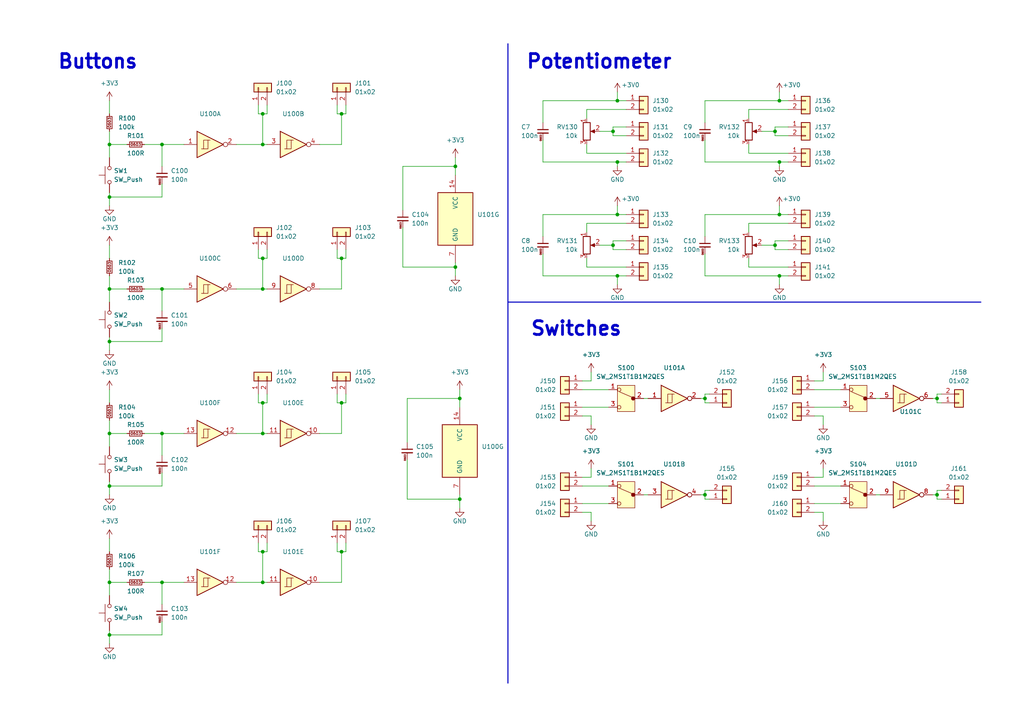
<source format=kicad_sch>
(kicad_sch (version 20231120) (generator "eeschema") (generator_version "8.0")
  (paper "A4")
  (title_block (title "LCB-CDB-01: Dock Board") (date "2024-07-16") (rev "1.2.0") (company "PADERBORN UNIVERSITY DEPARTMENT OF POWER ELECTRONICS AND ELECTRICAL DRIVES"))
  (junction (at 76.2 168.91))
  (junction (at 99.06 74.93))
  (junction (at 179.07 46.99))
  (junction (at 179.07 80.01))
  (junction (at 177.8 71.12))
  (junction (at 177.8 38.1))
  (junction (at 76.2 41.91))
  (junction (at 31.75 57.15))
  (junction (at 46.99 83.82))
  (junction (at 46.99 168.91))
  (junction (at 76.2 160.02))
  (junction (at 46.99 125.73))
  (junction (at 271.78 115.57))
  (junction (at 76.2 116.84))
  (junction (at 132.08 48.26))
  (junction (at 224.79 71.12))
  (junction (at 133.35 144.78))
  (junction (at 99.06 116.84))
  (junction (at 31.75 83.82))
  (junction (at 31.75 41.91))
  (junction (at 204.47 115.57))
  (junction (at 99.06 33.02))
  (junction (at 226.06 62.23))
  (junction (at 179.07 62.23))
  (junction (at 204.47 143.51))
  (junction (at 226.06 80.01))
  (junction (at 31.75 125.73))
  (junction (at 99.06 160.02))
  (junction (at 76.2 125.73))
  (junction (at 224.79 38.1))
  (junction (at 31.75 99.06))
  (junction (at 132.08 77.47))
  (junction (at 226.06 46.99))
  (junction (at 76.2 74.93))
  (junction (at 271.78 143.51))
  (junction (at 31.75 168.91))
  (junction (at 133.35 115.57))
  (junction (at 226.06 29.21))
  (junction (at 76.2 33.02))
  (junction (at 76.2 83.82))
  (junction (at 179.07 29.21))
  (junction (at 46.99 41.91))
  (junction (at 31.75 184.15))
  (junction (at 31.75 140.97))
  (wire (pts (xy 177.8 39.37) (xy 181.61 39.37)))
  (wire (pts (xy 31.75 57.15) (xy 46.99 57.15)))
  (wire (pts (xy 226.06 46.99) (xy 226.06 48.26)))
  (wire (pts (xy 243.84 118.11) (xy 236.22 118.11)))
  (wire (pts (xy 224.79 36.83) (xy 228.6 36.83)))
  (wire (pts (xy 176.53 118.11) (xy 168.91 118.11)))
  (wire (pts (xy 132.08 77.47) (xy 116.84 77.47)))
  (wire (pts (xy 177.8 71.12) (xy 177.8 72.39)))
  (wire (pts (xy 31.75 140.97) (xy 46.99 140.97)))
  (wire (pts (xy 46.99 125.73) (xy 53.34 125.73)))
  (wire (pts (xy 46.99 99.06) (xy 46.99 95.25)))
  (wire (pts (xy 31.75 156.21) (xy 31.75 160.02)))
  (wire (pts (xy 254 115.57) (xy 255.27 115.57)))
  (wire (pts (xy 217.17 77.47) (xy 228.6 77.47)))
  (wire (pts (xy 31.75 55.88) (xy 31.75 57.15)))
  (wire (pts (xy 173.99 38.1) (xy 177.8 38.1)))
  (wire (pts (xy 204.47 62.23) (xy 204.47 68.58)))
  (wire (pts (xy 179.07 29.21) (xy 181.61 29.21)))
  (wire (pts (xy 254 143.51) (xy 255.27 143.51)))
  (wire (pts (xy 271.78 142.24) (xy 271.78 143.51)))
  (wire (pts (xy 132.08 77.47) (xy 132.08 80.01)))
  (wire (pts (xy 176.53 146.05) (xy 168.91 146.05)))
  (wire (pts (xy 46.99 83.82) (xy 46.99 90.17)))
  (wire (pts (xy 77.47 74.93) (xy 77.47 72.39)))
  (wire (pts (xy 99.06 33.02) (xy 99.06 41.91)))
  (polyline (pts (xy 147.32 12.7) (xy 147.32 198.12)) (stroke (width 0.3)))
  (wire (pts (xy 97.79 114.3) (xy 97.79 116.84)))
  (wire (pts (xy 217.17 64.77) (xy 228.6 64.77)))
  (wire (pts (xy 133.35 113.03) (xy 133.35 115.57)))
  (wire (pts (xy 100.33 74.93) (xy 100.33 72.39)))
  (wire (pts (xy 99.06 160.02) (xy 99.06 168.91)))
  (wire (pts (xy 116.84 48.26) (xy 116.84 60.96)))
  (polyline (pts (xy 147.32 87.63) (xy 284.48 87.63)) (stroke (width 0.3)))
  (wire (pts (xy 31.75 29.21) (xy 31.75 33.02)))
  (wire (pts (xy 132.08 76.2) (xy 132.08 77.47)))
  (wire (pts (xy 179.07 80.01) (xy 179.07 82.55)))
  (wire (pts (xy 46.99 41.91) (xy 53.34 41.91)))
  (wire (pts (xy 273.05 142.24) (xy 271.78 142.24)))
  (wire (pts (xy 238.76 120.65) (xy 238.76 123.19)))
  (wire (pts (xy 99.06 74.93) (xy 99.06 83.82)))
  (wire (pts (xy 31.75 97.79) (xy 31.75 99.06)))
  (wire (pts (xy 177.8 38.1) (xy 177.8 36.83)))
  (wire (pts (xy 41.91 168.91) (xy 46.99 168.91)))
  (wire (pts (xy 226.06 59.69) (xy 226.06 62.23)))
  (wire (pts (xy 228.6 80.01) (xy 226.06 80.01)))
  (wire (pts (xy 204.47 46.99) (xy 226.06 46.99)))
  (wire (pts (xy 97.79 30.48) (xy 97.79 33.02)))
  (wire (pts (xy 74.93 33.02) (xy 76.2 33.02)))
  (wire (pts (xy 177.8 71.12) (xy 177.8 69.85)))
  (wire (pts (xy 74.93 157.48) (xy 74.93 160.02)))
  (wire (pts (xy 99.06 74.93) (xy 100.33 74.93)))
  (wire (pts (xy 203.2 115.57) (xy 204.47 115.57)))
  (wire (pts (xy 205.74 144.78) (xy 204.47 144.78)))
  (wire (pts (xy 99.06 168.91) (xy 92.71 168.91)))
  (wire (pts (xy 118.11 144.78) (xy 118.11 133.35)))
  (wire (pts (xy 74.93 114.3) (xy 74.93 116.84)))
  (wire (pts (xy 177.8 69.85) (xy 181.61 69.85)))
  (wire (pts (xy 170.18 44.45) (xy 181.61 44.45)))
  (wire (pts (xy 31.75 121.92) (xy 31.75 125.73)))
  (wire (pts (xy 46.99 184.15) (xy 46.99 180.34)))
  (wire (pts (xy 46.99 83.82) (xy 53.34 83.82)))
  (wire (pts (xy 31.75 140.97) (xy 31.75 143.51)))
  (wire (pts (xy 76.2 168.91) (xy 77.47 168.91)))
  (wire (pts (xy 204.47 115.57) (xy 204.47 116.84)))
  (wire (pts (xy 31.75 71.12) (xy 31.75 74.93)))
  (wire (pts (xy 76.2 74.93) (xy 77.47 74.93)))
  (wire (pts (xy 170.18 41.91) (xy 170.18 44.45)))
  (wire (pts (xy 31.75 99.06) (xy 46.99 99.06)))
  (wire (pts (xy 226.06 62.23) (xy 228.6 62.23)))
  (wire (pts (xy 100.33 160.02) (xy 100.33 157.48)))
  (wire (pts (xy 181.61 46.99) (xy 179.07 46.99)))
  (wire (pts (xy 179.07 29.21) (xy 157.48 29.21)))
  (wire (pts (xy 170.18 74.93) (xy 170.18 77.47)))
  (wire (pts (xy 76.2 83.82) (xy 77.47 83.82)))
  (wire (pts (xy 46.99 140.97) (xy 46.99 137.16)))
  (wire (pts (xy 236.22 120.65) (xy 238.76 120.65)))
  (wire (pts (xy 179.07 62.23) (xy 157.48 62.23)))
  (wire (pts (xy 217.17 31.75) (xy 217.17 34.29)))
  (wire (pts (xy 177.8 72.39) (xy 181.61 72.39)))
  (wire (pts (xy 31.75 165.1) (xy 31.75 168.91)))
  (wire (pts (xy 100.33 30.48) (xy 100.33 33.02)))
  (wire (pts (xy 74.93 72.39) (xy 74.93 74.93)))
  (wire (pts (xy 177.8 38.1) (xy 177.8 39.37)))
  (wire (pts (xy 205.74 114.3) (xy 204.47 114.3)))
  (wire (pts (xy 226.06 26.67) (xy 226.06 29.21)))
  (wire (pts (xy 177.8 36.83) (xy 181.61 36.83)))
  (wire (pts (xy 186.69 115.57) (xy 187.96 115.57)))
  (wire (pts (xy 133.35 144.78) (xy 133.35 147.32)))
  (wire (pts (xy 92.71 125.73) (xy 99.06 125.73)))
  (wire (pts (xy 271.78 143.51) (xy 271.78 144.78)))
  (wire (pts (xy 76.2 41.91) (xy 77.47 41.91)))
  (wire (pts (xy 31.75 168.91) (xy 31.75 172.72)))
  (wire (pts (xy 157.48 40.64) (xy 157.48 46.99)))
  (wire (pts (xy 273.05 144.78) (xy 271.78 144.78)))
  (wire (pts (xy 31.75 57.15) (xy 31.75 59.69)))
  (wire (pts (xy 217.17 44.45) (xy 228.6 44.45)))
  (wire (pts (xy 133.35 115.57) (xy 118.11 115.57)))
  (wire (pts (xy 76.2 125.73) (xy 77.47 125.73)))
  (wire (pts (xy 31.75 41.91) (xy 36.83 41.91)))
  (wire (pts (xy 238.76 135.89) (xy 238.76 138.43)))
  (wire (pts (xy 220.98 38.1) (xy 224.79 38.1)))
  (wire (pts (xy 116.84 77.47) (xy 116.84 66.04)))
  (wire (pts (xy 77.47 116.84) (xy 77.47 114.3)))
  (wire (pts (xy 271.78 114.3) (xy 271.78 115.57)))
  (wire (pts (xy 204.47 40.64) (xy 204.47 46.99)))
  (wire (pts (xy 220.98 71.12) (xy 224.79 71.12)))
  (wire (pts (xy 170.18 31.75) (xy 181.61 31.75)))
  (wire (pts (xy 217.17 64.77) (xy 217.17 67.31)))
  (wire (pts (xy 171.45 107.95) (xy 171.45 110.49)))
  (wire (pts (xy 74.93 160.02) (xy 76.2 160.02)))
  (wire (pts (xy 97.79 74.93) (xy 99.06 74.93)))
  (wire (pts (xy 204.47 62.23) (xy 226.06 62.23)))
  (wire (pts (xy 31.75 113.03) (xy 31.75 116.84)))
  (wire (pts (xy 179.07 59.69) (xy 179.07 62.23)))
  (wire (pts (xy 74.93 30.48) (xy 74.93 33.02)))
  (wire (pts (xy 205.74 142.24) (xy 204.47 142.24)))
  (wire (pts (xy 226.06 80.01) (xy 226.06 82.55)))
  (wire (pts (xy 224.79 69.85) (xy 228.6 69.85)))
  (wire (pts (xy 31.75 139.7) (xy 31.75 140.97)))
  (wire (pts (xy 170.18 64.77) (xy 181.61 64.77)))
  (wire (pts (xy 99.06 116.84) (xy 100.33 116.84)))
  (wire (pts (xy 41.91 125.73) (xy 46.99 125.73)))
  (wire (pts (xy 31.75 182.88) (xy 31.75 184.15)))
  (wire (pts (xy 76.2 74.93) (xy 76.2 83.82)))
  (wire (pts (xy 176.53 113.03) (xy 168.91 113.03)))
  (wire (pts (xy 236.22 148.59) (xy 238.76 148.59)))
  (wire (pts (xy 243.84 140.97) (xy 236.22 140.97)))
  (wire (pts (xy 238.76 107.95) (xy 238.76 110.49)))
  (wire (pts (xy 41.91 83.82) (xy 46.99 83.82)))
  (wire (pts (xy 76.2 116.84) (xy 76.2 125.73)))
  (wire (pts (xy 68.58 168.91) (xy 76.2 168.91)))
  (wire (pts (xy 97.79 72.39) (xy 97.79 74.93)))
  (wire (pts (xy 205.74 116.84) (xy 204.47 116.84)))
  (wire (pts (xy 74.93 74.93) (xy 76.2 74.93)))
  (wire (pts (xy 170.18 31.75) (xy 170.18 34.29)))
  (wire (pts (xy 46.99 41.91) (xy 46.99 48.26)))
  (wire (pts (xy 270.51 143.51) (xy 271.78 143.51)))
  (wire (pts (xy 31.75 184.15) (xy 31.75 186.69)))
  (wire (pts (xy 204.47 142.24) (xy 204.47 143.51)))
  (wire (pts (xy 228.6 46.99) (xy 226.06 46.99)))
  (wire (pts (xy 77.47 33.02) (xy 77.47 30.48)))
  (wire (pts (xy 31.75 125.73) (xy 31.75 129.54)))
  (wire (pts (xy 271.78 115.57) (xy 271.78 116.84)))
  (wire (pts (xy 171.45 135.89) (xy 171.45 138.43)))
  (wire (pts (xy 99.06 41.91) (xy 92.71 41.91)))
  (wire (pts (xy 157.48 62.23) (xy 157.48 68.58)))
  (wire (pts (xy 76.2 33.02) (xy 76.2 41.91)))
  (wire (pts (xy 173.99 71.12) (xy 177.8 71.12)))
  (wire (pts (xy 224.79 38.1) (xy 224.79 39.37)))
  (wire (pts (xy 273.05 116.84) (xy 271.78 116.84)))
  (wire (pts (xy 99.06 83.82) (xy 92.71 83.82)))
  (wire (pts (xy 31.75 80.01) (xy 31.75 83.82)))
  (wire (pts (xy 97.79 116.84) (xy 99.06 116.84)))
  (wire (pts (xy 243.84 113.03) (xy 236.22 113.03)))
  (wire (pts (xy 31.75 168.91) (xy 36.83 168.91)))
  (wire (pts (xy 224.79 71.12) (xy 224.79 69.85)))
  (wire (pts (xy 186.69 143.51) (xy 187.96 143.51)))
  (wire (pts (xy 238.76 148.59) (xy 238.76 151.13)))
  (wire (pts (xy 224.79 71.12) (xy 224.79 72.39)))
  (wire (pts (xy 31.75 99.06) (xy 31.75 101.6)))
  (wire (pts (xy 31.75 125.73) (xy 36.83 125.73)))
  (wire (pts (xy 224.79 38.1) (xy 224.79 36.83)))
  (wire (pts (xy 170.18 64.77) (xy 170.18 67.31)))
  (wire (pts (xy 179.07 26.67) (xy 179.07 29.21)))
  (wire (pts (xy 31.75 38.1) (xy 31.75 41.91)))
  (wire (pts (xy 171.45 120.65) (xy 171.45 123.19)))
  (wire (pts (xy 46.99 168.91) (xy 46.99 175.26)))
  (wire (pts (xy 76.2 160.02) (xy 77.47 160.02)))
  (wire (pts (xy 74.93 116.84) (xy 76.2 116.84)))
  (wire (pts (xy 224.79 72.39) (xy 228.6 72.39)))
  (wire (pts (xy 132.08 48.26) (xy 116.84 48.26)))
  (wire (pts (xy 76.2 160.02) (xy 76.2 168.91)))
  (wire (pts (xy 243.84 146.05) (xy 236.22 146.05)))
  (wire (pts (xy 170.18 77.47) (xy 181.61 77.47)))
  (wire (pts (xy 224.79 39.37) (xy 228.6 39.37)))
  (wire (pts (xy 31.75 41.91) (xy 31.75 45.72)))
  (wire (pts (xy 204.47 143.51) (xy 204.47 144.78)))
  (wire (pts (xy 133.35 143.51) (xy 133.35 144.78)))
  (wire (pts (xy 99.06 160.02) (xy 100.33 160.02)))
  (wire (pts (xy 171.45 110.49) (xy 168.91 110.49)))
  (wire (pts (xy 31.75 83.82) (xy 31.75 87.63)))
  (wire (pts (xy 97.79 33.02) (xy 99.06 33.02)))
  (wire (pts (xy 97.79 157.48) (xy 97.79 160.02)))
  (wire (pts (xy 46.99 125.73) (xy 46.99 132.08)))
  (wire (pts (xy 226.06 80.01) (xy 204.47 80.01)))
  (wire (pts (xy 46.99 168.91) (xy 53.34 168.91)))
  (wire (pts (xy 203.2 143.51) (xy 204.47 143.51)))
  (wire (pts (xy 157.48 73.66) (xy 157.48 80.01)))
  (wire (pts (xy 157.48 80.01) (xy 179.07 80.01)))
  (wire (pts (xy 181.61 80.01) (xy 179.07 80.01)))
  (wire (pts (xy 179.07 62.23) (xy 181.61 62.23)))
  (wire (pts (xy 157.48 29.21) (xy 157.48 35.56)))
  (wire (pts (xy 68.58 41.91) (xy 76.2 41.91)))
  (wire (pts (xy 270.51 115.57) (xy 271.78 115.57)))
  (wire (pts (xy 171.45 138.43) (xy 168.91 138.43)))
  (wire (pts (xy 217.17 41.91) (xy 217.17 44.45)))
  (wire (pts (xy 31.75 184.15) (xy 46.99 184.15)))
  (wire (pts (xy 76.2 33.02) (xy 77.47 33.02)))
  (wire (pts (xy 204.47 73.66) (xy 204.47 80.01)))
  (wire (pts (xy 226.06 29.21) (xy 228.6 29.21)))
  (wire (pts (xy 68.58 83.82) (xy 76.2 83.82)))
  (wire (pts (xy 168.91 148.59) (xy 171.45 148.59)))
  (wire (pts (xy 217.17 74.93) (xy 217.17 77.47)))
  (wire (pts (xy 238.76 138.43) (xy 236.22 138.43)))
  (wire (pts (xy 217.17 31.75) (xy 228.6 31.75)))
  (wire (pts (xy 31.75 83.82) (xy 36.83 83.82)))
  (wire (pts (xy 238.76 110.49) (xy 236.22 110.49)))
  (wire (pts (xy 168.91 120.65) (xy 171.45 120.65)))
  (wire (pts (xy 118.11 115.57) (xy 118.11 128.27)))
  (wire (pts (xy 226.06 29.21) (xy 204.47 29.21)))
  (wire (pts (xy 68.58 125.73) (xy 76.2 125.73)))
  (wire (pts (xy 76.2 116.84) (xy 77.47 116.84)))
  (wire (pts (xy 204.47 29.21) (xy 204.47 35.56)))
  (wire (pts (xy 176.53 140.97) (xy 168.91 140.97)))
  (wire (pts (xy 41.91 41.91) (xy 46.99 41.91)))
  (wire (pts (xy 97.79 160.02) (xy 99.06 160.02)))
  (wire (pts (xy 179.07 46.99) (xy 179.07 48.26)))
  (wire (pts (xy 132.08 48.26) (xy 132.08 50.8)))
  (wire (pts (xy 273.05 114.3) (xy 271.78 114.3)))
  (wire (pts (xy 100.33 116.84) (xy 100.33 114.3)))
  (wire (pts (xy 100.33 33.02) (xy 99.06 33.02)))
  (wire (pts (xy 133.35 144.78) (xy 118.11 144.78)))
  (wire (pts (xy 157.48 46.99) (xy 179.07 46.99)))
  (wire (pts (xy 171.45 148.59) (xy 171.45 151.13)))
  (wire (pts (xy 204.47 114.3) (xy 204.47 115.57)))
  (wire (pts (xy 99.06 116.84) (xy 99.06 125.73)))
  (wire (pts (xy 133.35 115.57) (xy 133.35 118.11)))
  (wire (pts (xy 132.08 45.72) (xy 132.08 48.26)))
  (wire (pts (xy 77.47 160.02) (xy 77.47 157.48)))
  (wire (pts (xy 46.99 57.15) (xy 46.99 53.34)))
  (text "Potentiometer" (at 152.4 20.32 0) (effects (font (size 4 4) (bold yes)) (justify left bottom)))
  (text "Buttons" (at 16.51 20.32 0) (effects (font (size 4 4) (bold yes)) (justify left bottom)))
  (text "Switches" (at 153.67 97.79 0) (effects (font (size 4 4) (bold yes)) (justify left bottom)))
  (symbol (lib_id "LEA_SymbolLibrary:R_0603_100k_THICK__1P__75V") (at 31.75 35.56 180) (unit 1) (exclude_from_sim yes)
    (property "Reference" "R100" (at 34.29 34.2899 0) (effects (justify right)))
    (property "Value" "100k" (at 34.29 36.8299 0) (effects (justify right)))
    (property "Footprint" "LEA_FootprintLibrary:R_0603" (effects (hide yes)))
    (property "Description" "Resistor 0603" (effects (hide yes)))
    (property "Manufacturer" "Vishay" (effects (hide yes)))
    (property "manf#" "CRCW0603100KFKEAC" (effects (hide yes)))
    (property "mouser#" "71-CRCW0603100KFKEAC" (effects (hide yes)))
  )
  (symbol (lib_id "LEA_SymbolLibrary:ST_6CH_CMOS_SOIC14_MC74HC14ADG") (at 60.96 125.73 0) (unit 6) (exclude_from_sim yes)
    (property "Reference" "U100" (at 60.96 116.84 0))
    (property "Value" "ST_6CH_CMOS_SOIC14_MC74HC14ADG" (effects (hide yes)))
    (property "Footprint" "LEA_FootprintLibrary:SOIC-14" (effects (hide yes)))
    (property "Datasheet" "https://www.mouser.de/datasheet/2/308/1/MC74HC14A_D-2315678.pdf" (effects (hide yes)))
    (property "Description" "Hex inverter schmitt trigger" (effects (hide yes)))
    (property "Manufacturer" "Onsemi" (effects (hide yes)))
    (property "mouser#" "863-MC74HC14ADG " (effects (hide yes)))
    (property "manf#" "MC74HC14ADG " (effects (hide yes)))
  )
  (symbol (lib_id "LEA_SymbolLibrary:GND") (at 179.07 48.26 0) (unit 1) (exclude_from_sim yes)
    (property "Reference" "#PWR020" (effects (hide yes)))
    (property "Value" "GND" (at 179.07 52.07 0))
    (property "Description" "Power symbol creates a global label with name \"GND\" , ground" (effects (hide yes)))
  )
  (symbol (lib_id "LEA_SymbolLibrary:R_0603_100k_THICK__1P__75V") (at 31.75 77.47 180) (unit 1) (exclude_from_sim yes)
    (property "Reference" "R102" (at 34.29 76.1999 0) (effects (justify right)))
    (property "Value" "100k" (at 34.29 78.7399 0) (effects (justify right)))
    (property "Footprint" "LEA_FootprintLibrary:R_0603" (effects (hide yes)))
    (property "Description" "Resistor 0603" (effects (hide yes)))
    (property "Manufacturer" "Vishay" (effects (hide yes)))
    (property "manf#" "CRCW0603100KFKEAC" (effects (hide yes)))
    (property "mouser#" "71-CRCW0603100KFKEAC" (effects (hide yes)))
  )
  (symbol (lib_id "LEA_SymbolLibrary:ST_6CH_CMOS_SOIC14_MC74HC14ADG") (at 133.35 130.81 0) (unit 7) (exclude_from_sim yes)
    (property "Reference" "U100" (at 139.7 129.5399 0) (effects (justify left)))
    (property "Value" "ST_6CH_CMOS_SOIC14_MC74HC14ADG" (effects (hide yes)))
    (property "Footprint" "LEA_FootprintLibrary:SOIC-14" (effects (hide yes)))
    (property "Datasheet" "https://www.mouser.de/datasheet/2/308/1/MC74HC14A_D-2315678.pdf" (effects (hide yes)))
    (property "Description" "Hex inverter schmitt trigger" (effects (hide yes)))
    (property "Manufacturer" "Onsemi" (effects (hide yes)))
    (property "mouser#" "863-MC74HC14ADG " (effects (hide yes)))
    (property "manf#" "MC74HC14ADG " (effects (hide yes)))
  )
  (symbol (lib_id "LEA_SymbolLibrary:Conn_01x02") (at 186.69 29.21 0) (unit 1) (exclude_from_sim yes)
    (property "Reference" "J130" (at 189.23 29.2099 0) (effects (justify left)))
    (property "Value" "01x02" (at 189.23 31.7499 0) (effects (justify left)))
    (property "Footprint" "LEA_FootprintLibrary:PinHeader_1x02_P2.54mm_Vertical" (effects (hide yes)))
    (property "Datasheet" "https://www.mouser.de/datasheet/2/181/M20-999-1218971.pdf" (effects (hide yes)))
    (property "Description" "Generic connector, single row, 01x02, script generated (kicad-library-utils/schlib/autogen/connector/)" (effects (hide yes)))
    (property "Manufacturer" "Harwin" (effects (hide yes)))
    (property "mouser#" "855-M20-9990245" (effects (hide yes)))
    (property "manf#" "M20-9990245" (effects (hide yes)))
    (property "Sim.Enable" "0" (effects (hide yes)))
  )
  (symbol (lib_id "LEA_SymbolLibrary:GND") (at 31.75 59.69 0) (unit 1) (exclude_from_sim yes)
    (property "Reference" "#PWR04" (effects (hide yes)))
    (property "Value" "GND" (at 31.75 63.5 0))
    (property "Description" "Power symbol creates a global label with name \"GND\" , ground" (effects (hide yes)))
  )
  (symbol (lib_id "LEA_SymbolLibrary:Conn_01x02") (at 163.83 146.05 0) (mirror y) (unit 1) (exclude_from_sim yes)
    (property "Reference" "J154" (at 161.29 146.0499 0) (effects (justify left)))
    (property "Value" "01x02" (at 161.29 148.5899 0) (effects (justify left)))
    (property "Footprint" "LEA_FootprintLibrary:PinHeader_1x02_P2.54mm_Vertical" (effects (hide yes)))
    (property "Datasheet" "https://www.mouser.de/datasheet/2/181/M20-999-1218971.pdf" (effects (hide yes)))
    (property "Description" "Generic connector, single row, 01x02, script generated (kicad-library-utils/schlib/autogen/connector/)" (effects (hide yes)))
    (property "Manufacturer" "Harwin" (effects (hide yes)))
    (property "mouser#" "855-M20-9990245" (effects (hide yes)))
    (property "manf#" "M20-9990245" (effects (hide yes)))
    (property "Sim.Enable" "0" (effects (hide yes)))
  )
  (symbol (lib_id "LEA_SymbolLibrary:C_0603_100n_X5R_10P__50V") (at 46.99 50.8 0) (unit 1) (exclude_from_sim yes)
    (property "Reference" "C100" (at 49.53 49.5362 0) (effects (justify left)))
    (property "Value" "100n" (at 49.53 52.0762 0) (effects (justify left)))
    (property "Footprint" "LEA_FootprintLibrary:C_0603" (effects (hide yes)))
    (property "Description" "Capacitor 0603" (effects (hide yes)))
    (property "Manufacturer" "TDK" (effects (hide yes)))
    (property "manf#" "C1608X5R1H104K" (effects (hide yes)))
    (property "mouser#" "810-C1608X5R1H104K" (effects (hide yes)))
  )
  (symbol (lib_id "LEA_SymbolLibrary:R_POT_Bourns_PTV09A-1") (at 217.17 38.1 0) (unit 1) (exclude_from_sim yes)
    (property "Reference" "RV132" (at 214.63 36.8299 0) (effects (justify right)))
    (property "Value" "10k" (at 214.63 39.3699 0) (effects (justify right)))
    (property "Footprint" "LEA_FootprintLibrary:Potentiometer_Bourns_PTV09A-1_Single_Vertical" (effects (hide yes)))
    (property "Datasheet" "https://www.mouser.de/datasheet/2/54/ptv09-777818.pdf" (effects (hide yes)))
    (property "Description" "Potentiometer" (effects (hide yes)))
    (property "Manufacturer" "Bourns" (effects (hide yes)))
    (property "mouser#" " 652-PTV09A-4020FB103" (effects (hide yes)))
    (property "manf#" "PTV09A-4020FB103" (effects (hide yes)))
  )
  (symbol (lib_id "LEA_SymbolLibrary:ST_6CH_CMOS_SOIC14_MC74HC14ADG") (at 262.89 143.51 0) (unit 4) (exclude_from_sim yes)
    (property "Reference" "U101" (at 262.89 134.62 0))
    (property "Value" "ST_6CH_CMOS_SOIC14_MC74HC14ADG" (effects (hide yes)))
    (property "Footprint" "LEA_FootprintLibrary:SOIC-14" (effects (hide yes)))
    (property "Datasheet" "https://www.mouser.de/datasheet/2/308/1/MC74HC14A_D-2315678.pdf" (effects (hide yes)))
    (property "Description" "Hex inverter schmitt trigger" (effects (hide yes)))
    (property "Manufacturer" "Onsemi" (effects (hide yes)))
    (property "mouser#" "863-MC74HC14ADG " (effects (hide yes)))
    (property "manf#" "MC74HC14ADG " (effects (hide yes)))
  )
  (symbol (lib_id "LEA_SymbolLibrary:C_0603_100n_X5R_10P__50V") (at 46.99 177.8 0) (unit 1) (exclude_from_sim yes)
    (property "Reference" "C103" (at 49.53 176.5362 0) (effects (justify left)))
    (property "Value" "100n" (at 49.53 179.0762 0) (effects (justify left)))
    (property "Footprint" "LEA_FootprintLibrary:C_0603" (effects (hide yes)))
    (property "Description" "Capacitor 0603" (effects (hide yes)))
    (property "Manufacturer" "TDK" (effects (hide yes)))
    (property "manf#" "C1608X5R1H104K" (effects (hide yes)))
    (property "mouser#" "810-C1608X5R1H104K" (effects (hide yes)))
  )
  (symbol (lib_id "LEA_SymbolLibrary:SW_Push") (at 31.75 134.62 90) (unit 1) (exclude_from_sim yes)
    (property "Reference" "SW3" (at 33.02 133.3499 90) (effects (justify right)))
    (property "Value" "SW_Push" (at 33.02 135.8899 90) (effects (justify right)))
    (property "Footprint" "LEA_FootprintLibrary:SW_Push" (effects (hide yes)))
    (property "Datasheet" "https://www.mouser.de/datasheet/2/670/ts04-2586192.pdf" (effects (hide yes)))
    (property "Description" "Push button switch, generic, two pins" (effects (hide yes)))
    (property "Manufacturer" "CUI" (effects (hide yes)))
    (property "mouser#" "179-TS046643BK160SMT" (effects (hide yes)))
    (property "manf#" "TS046643BK160SMT" (effects (hide yes)))
  )
  (symbol (lib_id "LEA_SymbolLibrary:+3V3") (at 171.45 107.95 0) (unit 1) (exclude_from_sim yes)
    (property "Reference" "#PWR015" (effects (hide yes)))
    (property "Value" "+3V3" (at 171.45 102.87 0))
    (property "Description" "Power symbol creates a global label with name \"+3V3\"" (effects (hide yes)))
  )
  (symbol (lib_id "LEA_SymbolLibrary:GND") (at 171.45 123.19 0) (unit 1) (exclude_from_sim yes)
    (property "Reference" "#PWR016" (effects (hide yes)))
    (property "Value" "GND" (at 171.45 127 0))
    (property "Description" "Power symbol creates a global label with name \"GND\" , ground" (effects (hide yes)))
  )
  (symbol (lib_id "LEA_SymbolLibrary:+3V3") (at 179.07 59.69 0) (unit 1) (exclude_from_sim yes)
    (property "Reference" "#PWR021" (effects (hide yes)))
    (property "Value" "+3V0" (at 182.88 57.658 0))
    (property "Description" "Power symbol creates a global label with name \"+3V3\"" (effects (hide yes)))
  )
  (symbol (lib_id "LEA_SymbolLibrary:Conn_01x02") (at 231.14 118.11 0) (mirror y) (unit 1) (exclude_from_sim yes)
    (property "Reference" "J157" (at 228.6 118.1099 0) (effects (justify left)))
    (property "Value" "01x02" (at 228.6 120.6499 0) (effects (justify left)))
    (property "Footprint" "LEA_FootprintLibrary:PinHeader_1x02_P2.54mm_Vertical" (effects (hide yes)))
    (property "Datasheet" "https://www.mouser.de/datasheet/2/181/M20-999-1218971.pdf" (effects (hide yes)))
    (property "Description" "Generic connector, single row, 01x02, script generated (kicad-library-utils/schlib/autogen/connector/)" (effects (hide yes)))
    (property "Manufacturer" "Harwin" (effects (hide yes)))
    (property "mouser#" "855-M20-9990245" (effects (hide yes)))
    (property "manf#" "M20-9990245" (effects (hide yes)))
    (property "Sim.Enable" "0" (effects (hide yes)))
  )
  (symbol (lib_id "LEA_SymbolLibrary:R_0603_100k_THICK__1P__75V") (at 31.75 119.38 180) (unit 1) (exclude_from_sim yes)
    (property "Reference" "R104" (at 34.29 118.1099 0) (effects (justify right)))
    (property "Value" "100k" (at 34.29 120.6499 0) (effects (justify right)))
    (property "Footprint" "LEA_FootprintLibrary:R_0603" (effects (hide yes)))
    (property "Description" "Resistor 0603" (effects (hide yes)))
    (property "Manufacturer" "Vishay" (effects (hide yes)))
    (property "manf#" "CRCW0603100KFKEAC" (effects (hide yes)))
    (property "mouser#" "71-CRCW0603100KFKEAC" (effects (hide yes)))
  )
  (symbol (lib_id "LEA_SymbolLibrary:+3V3") (at 238.76 135.89 0) (unit 1) (exclude_from_sim yes)
    (property "Reference" "#PWR025" (effects (hide yes)))
    (property "Value" "+3V3" (at 238.76 130.81 0))
    (property "Description" "Power symbol creates a global label with name \"+3V3\"" (effects (hide yes)))
  )
  (symbol (lib_id "LEA_SymbolLibrary:Conn_01x02") (at 186.69 69.85 0) (unit 1) (exclude_from_sim yes)
    (property "Reference" "J134" (at 189.23 69.8499 0) (effects (justify left)))
    (property "Value" "01x02" (at 189.23 72.3899 0) (effects (justify left)))
    (property "Footprint" "LEA_FootprintLibrary:PinHeader_1x02_P2.54mm_Vertical" (effects (hide yes)))
    (property "Datasheet" "https://www.mouser.de/datasheet/2/181/M20-999-1218971.pdf" (effects (hide yes)))
    (property "Description" "Generic connector, single row, 01x02, script generated (kicad-library-utils/schlib/autogen/connector/)" (effects (hide yes)))
    (property "Manufacturer" "Harwin" (effects (hide yes)))
    (property "mouser#" "855-M20-9990245" (effects (hide yes)))
    (property "manf#" "M20-9990245" (effects (hide yes)))
    (property "Sim.Enable" "0" (effects (hide yes)))
  )
  (symbol (lib_id "LEA_SymbolLibrary:ST_6CH_CMOS_SOIC14_MC74HC14ADG") (at 60.96 41.91 0) (unit 1) (exclude_from_sim yes)
    (property "Reference" "U100" (at 60.96 33.02 0))
    (property "Value" "ST_6CH_CMOS_SOIC14_MC74HC14ADG" (effects (hide yes)))
    (property "Footprint" "LEA_FootprintLibrary:SOIC-14" (effects (hide yes)))
    (property "Datasheet" "https://www.mouser.de/datasheet/2/308/1/MC74HC14A_D-2315678.pdf" (effects (hide yes)))
    (property "Description" "Hex inverter schmitt trigger" (effects (hide yes)))
    (property "Manufacturer" "Onsemi" (effects (hide yes)))
    (property "mouser#" "863-MC74HC14ADG " (effects (hide yes)))
    (property "manf#" "MC74HC14ADG " (effects (hide yes)))
  )
  (symbol (lib_id "LEA_SymbolLibrary:Conn_01x02") (at 233.68 36.83 0) (unit 1) (exclude_from_sim yes)
    (property "Reference" "J137" (at 236.22 36.8299 0) (effects (justify left)))
    (property "Value" "01x02" (at 236.22 39.3699 0) (effects (justify left)))
    (property "Footprint" "LEA_FootprintLibrary:PinHeader_1x02_P2.54mm_Vertical" (effects (hide yes)))
    (property "Datasheet" "https://www.mouser.de/datasheet/2/181/M20-999-1218971.pdf" (effects (hide yes)))
    (property "Description" "Generic connector, single row, 01x02, script generated (kicad-library-utils/schlib/autogen/connector/)" (effects (hide yes)))
    (property "Manufacturer" "Harwin" (effects (hide yes)))
    (property "mouser#" "855-M20-9990245" (effects (hide yes)))
    (property "manf#" "M20-9990245" (effects (hide yes)))
    (property "Sim.Enable" "0" (effects (hide yes)))
  )
  (symbol (lib_id "LEA_SymbolLibrary:ST_6CH_CMOS_SOIC14_MC74HC14ADG") (at 85.09 168.91 0) (unit 5) (exclude_from_sim yes)
    (property "Reference" "U101" (at 85.09 160.02 0))
    (property "Value" "ST_6CH_CMOS_SOIC14_MC74HC14ADG" (effects (hide yes)))
    (property "Footprint" "LEA_FootprintLibrary:SOIC-14" (effects (hide yes)))
    (property "Datasheet" "https://www.mouser.de/datasheet/2/308/1/MC74HC14A_D-2315678.pdf" (effects (hide yes)))
    (property "Description" "Hex inverter schmitt trigger" (effects (hide yes)))
    (property "Manufacturer" "Onsemi" (effects (hide yes)))
    (property "mouser#" "863-MC74HC14ADG " (effects (hide yes)))
    (property "manf#" "MC74HC14ADG " (effects (hide yes)))
  )
  (symbol (lib_id "LEA_SymbolLibrary:Conn_01x02") (at 163.83 138.43 0) (mirror y) (unit 1) (exclude_from_sim yes)
    (property "Reference" "J153" (at 161.29 138.4299 0) (effects (justify left)))
    (property "Value" "01x02" (at 161.29 140.9699 0) (effects (justify left)))
    (property "Footprint" "LEA_FootprintLibrary:PinHeader_1x02_P2.54mm_Vertical" (effects (hide yes)))
    (property "Datasheet" "https://www.mouser.de/datasheet/2/181/M20-999-1218971.pdf" (effects (hide yes)))
    (property "Description" "Generic connector, single row, 01x02, script generated (kicad-library-utils/schlib/autogen/connector/)" (effects (hide yes)))
    (property "Manufacturer" "Harwin" (effects (hide yes)))
    (property "mouser#" "855-M20-9990245" (effects (hide yes)))
    (property "manf#" "M20-9990245" (effects (hide yes)))
    (property "Sim.Enable" "0" (effects (hide yes)))
  )
  (symbol (lib_id "LEA_SymbolLibrary:Conn_01x02") (at 233.68 77.47 0) (unit 1) (exclude_from_sim yes)
    (property "Reference" "J141" (at 236.22 77.4699 0) (effects (justify left)))
    (property "Value" "01x02" (at 236.22 80.0099 0) (effects (justify left)))
    (property "Footprint" "LEA_FootprintLibrary:PinHeader_1x02_P2.54mm_Vertical" (effects (hide yes)))
    (property "Datasheet" "https://www.mouser.de/datasheet/2/181/M20-999-1218971.pdf" (effects (hide yes)))
    (property "Description" "Generic connector, single row, 01x02, script generated (kicad-library-utils/schlib/autogen/connector/)" (effects (hide yes)))
    (property "Manufacturer" "Harwin" (effects (hide yes)))
    (property "mouser#" "855-M20-9990245" (effects (hide yes)))
    (property "manf#" "M20-9990245" (effects (hide yes)))
    (property "Sim.Enable" "0" (effects (hide yes)))
  )
  (symbol (lib_id "LEA_SymbolLibrary:ST_6CH_CMOS_SOIC14_MC74HC14ADG") (at 195.58 143.51 0) (unit 2) (exclude_from_sim yes)
    (property "Reference" "U101" (at 195.58 134.62 0))
    (property "Value" "ST_6CH_CMOS_SOIC14_MC74HC14ADG" (effects (hide yes)))
    (property "Footprint" "LEA_FootprintLibrary:SOIC-14" (effects (hide yes)))
    (property "Datasheet" "https://www.mouser.de/datasheet/2/308/1/MC74HC14A_D-2315678.pdf" (effects (hide yes)))
    (property "Description" "Hex inverter schmitt trigger" (effects (hide yes)))
    (property "Manufacturer" "Onsemi" (effects (hide yes)))
    (property "mouser#" "863-MC74HC14ADG " (effects (hide yes)))
    (property "manf#" "MC74HC14ADG " (effects (hide yes)))
  )
  (symbol (lib_id "LEA_SymbolLibrary:R_0603_100R_THICK__1P__75V") (at 39.37 125.73 90) (unit 1) (exclude_from_sim yes)
    (property "Reference" "R105" (at 39.37 123.19 90))
    (property "Value" "100R" (at 39.37 128.27 90))
    (property "Footprint" "LEA_FootprintLibrary:R_0603" (effects (hide yes)))
    (property "Description" "Resistor 0603" (effects (hide yes)))
    (property "Manufacturer" "Vishay" (effects (hide yes)))
    (property "manf#" "CRCW0603100RFKEAC" (effects (hide yes)))
    (property "mouser#" "71-CRCW0603100RFKEAC" (effects (hide yes)))
  )
  (symbol (lib_id "LEA_SymbolLibrary:ST_6CH_CMOS_SOIC14_MC74HC14ADG") (at 85.09 83.82 0) (unit 4) (exclude_from_sim yes)
    (property "Reference" "U100" (at 85.09 74.93 0))
    (property "Value" "ST_6CH_CMOS_SOIC14_MC74HC14ADG" (effects (hide yes)))
    (property "Footprint" "LEA_FootprintLibrary:SOIC-14" (effects (hide yes)))
    (property "Datasheet" "https://www.mouser.de/datasheet/2/308/1/MC74HC14A_D-2315678.pdf" (effects (hide yes)))
    (property "Description" "Hex inverter schmitt trigger" (effects (hide yes)))
    (property "Manufacturer" "Onsemi" (effects (hide yes)))
    (property "mouser#" "863-MC74HC14ADG " (effects (hide yes)))
    (property "manf#" "MC74HC14ADG " (effects (hide yes)))
  )
  (symbol (lib_id "LEA_SymbolLibrary:C_0603_100n_X5R_10P__50V") (at 157.48 38.1 0) (unit 1) (exclude_from_sim yes)
    (property "Reference" "C7" (at 151.13 36.83 0) (effects (justify left)))
    (property "Value" "100n" (at 151.13 39.37 0) (effects (justify left)))
    (property "Footprint" "LEA_FootprintLibrary:C_0603" (effects (hide yes)))
    (property "Description" "Capacitor 0603" (effects (hide yes)))
    (property "Manufacturer" "TDK" (effects (hide yes)))
    (property "manf#" "C1608X5R1H104K" (effects (hide yes)))
    (property "mouser#" "810-C1608X5R1H104K" (effects (hide yes)))
  )
  (symbol (lib_id "LEA_SymbolLibrary:C_0603_100n_X5R_10P__50V") (at 116.84 63.5 0) (unit 1) (exclude_from_sim yes)
    (property "Reference" "C104" (at 119.38 62.2362 0) (effects (justify left)))
    (property "Value" "100n" (at 119.38 64.7762 0) (effects (justify left)))
    (property "Footprint" "LEA_FootprintLibrary:C_0603" (effects (hide yes)))
    (property "Description" "Capacitor 0603" (effects (hide yes)))
    (property "Manufacturer" "TDK" (effects (hide yes)))
    (property "manf#" "C1608X5R1H104K" (effects (hide yes)))
    (property "mouser#" "810-C1608X5R1H104K" (effects (hide yes)))
  )
  (symbol (lib_id "LEA_SymbolLibrary:C_0603_100n_X5R_10P__50V") (at 46.99 134.62 0) (unit 1) (exclude_from_sim yes)
    (property "Reference" "C102" (at 49.53 133.3562 0) (effects (justify left)))
    (property "Value" "100n" (at 49.53 135.8962 0) (effects (justify left)))
    (property "Footprint" "LEA_FootprintLibrary:C_0603" (effects (hide yes)))
    (property "Description" "Capacitor 0603" (effects (hide yes)))
    (property "Manufacturer" "TDK" (effects (hide yes)))
    (property "manf#" "C1608X5R1H104K" (effects (hide yes)))
    (property "mouser#" "810-C1608X5R1H104K" (effects (hide yes)))
  )
  (symbol (lib_id "LEA_SymbolLibrary:R_0603_100R_THICK__1P__75V") (at 39.37 168.91 90) (unit 1) (exclude_from_sim yes)
    (property "Reference" "R107" (at 39.37 166.37 90))
    (property "Value" "100R" (at 39.37 171.45 90))
    (property "Footprint" "LEA_FootprintLibrary:R_0603" (effects (hide yes)))
    (property "Description" "Resistor 0603" (effects (hide yes)))
    (property "Manufacturer" "Vishay" (effects (hide yes)))
    (property "manf#" "CRCW0603100RFKEAC" (effects (hide yes)))
    (property "mouser#" "71-CRCW0603100RFKEAC" (effects (hide yes)))
  )
  (symbol (lib_id "LEA_SymbolLibrary:Conn_01x02") (at 186.69 77.47 0) (unit 1) (exclude_from_sim yes)
    (property "Reference" "J135" (at 189.23 77.4699 0) (effects (justify left)))
    (property "Value" "01x02" (at 189.23 80.0099 0) (effects (justify left)))
    (property "Footprint" "LEA_FootprintLibrary:PinHeader_1x02_P2.54mm_Vertical" (effects (hide yes)))
    (property "Datasheet" "https://www.mouser.de/datasheet/2/181/M20-999-1218971.pdf" (effects (hide yes)))
    (property "Description" "Generic connector, single row, 01x02, script generated (kicad-library-utils/schlib/autogen/connector/)" (effects (hide yes)))
    (property "Manufacturer" "Harwin" (effects (hide yes)))
    (property "mouser#" "855-M20-9990245" (effects (hide yes)))
    (property "manf#" "M20-9990245" (effects (hide yes)))
    (property "Sim.Enable" "0" (effects (hide yes)))
  )
  (symbol (lib_id "LEA_SymbolLibrary:ST_6CH_CMOS_SOIC14_MC74HC14ADG") (at 195.58 115.57 0) (unit 1) (exclude_from_sim yes)
    (property "Reference" "U101" (at 195.58 106.68 0))
    (property "Value" "ST_6CH_CMOS_SOIC14_MC74HC14ADG" (effects (hide yes)))
    (property "Footprint" "LEA_FootprintLibrary:SOIC-14" (effects (hide yes)))
    (property "Datasheet" "https://www.mouser.de/datasheet/2/308/1/MC74HC14A_D-2315678.pdf" (effects (hide yes)))
    (property "Description" "Hex inverter schmitt trigger" (effects (hide yes)))
    (property "Manufacturer" "Onsemi" (effects (hide yes)))
    (property "mouser#" "863-MC74HC14ADG " (effects (hide yes)))
    (property "manf#" "MC74HC14ADG " (effects (hide yes)))
  )
  (symbol (lib_id "LEA_SymbolLibrary:+3V3") (at 171.45 135.89 0) (unit 1) (exclude_from_sim yes)
    (property "Reference" "#PWR017" (effects (hide yes)))
    (property "Value" "+3V3" (at 171.45 130.81 0))
    (property "Description" "Power symbol creates a global label with name \"+3V3\"" (effects (hide yes)))
  )
  (symbol (lib_id "LEA_SymbolLibrary:ST_6CH_CMOS_SOIC14_MC74HC14ADG") (at 60.96 83.82 0) (unit 3) (exclude_from_sim yes)
    (property "Reference" "U100" (at 60.96 74.93 0))
    (property "Value" "ST_6CH_CMOS_SOIC14_MC74HC14ADG" (effects (hide yes)))
    (property "Footprint" "LEA_FootprintLibrary:SOIC-14" (effects (hide yes)))
    (property "Datasheet" "https://www.mouser.de/datasheet/2/308/1/MC74HC14A_D-2315678.pdf" (effects (hide yes)))
    (property "Description" "Hex inverter schmitt trigger" (effects (hide yes)))
    (property "Manufacturer" "Onsemi" (effects (hide yes)))
    (property "mouser#" "863-MC74HC14ADG " (effects (hide yes)))
    (property "manf#" "MC74HC14ADG " (effects (hide yes)))
  )
  (symbol (lib_id "LEA_SymbolLibrary:ST_6CH_CMOS_SOIC14_MC74HC14ADG") (at 262.89 115.57 0) (unit 3) (exclude_from_sim yes)
    (property "Reference" "U101" (at 264.16 119.38 0))
    (property "Value" "ST_6CH_CMOS_SOIC14_MC74HC14ADG" (effects (hide yes)))
    (property "Footprint" "LEA_FootprintLibrary:SOIC-14" (effects (hide yes)))
    (property "Datasheet" "https://www.mouser.de/datasheet/2/308/1/MC74HC14A_D-2315678.pdf" (effects (hide yes)))
    (property "Description" "Hex inverter schmitt trigger" (effects (hide yes)))
    (property "Manufacturer" "Onsemi" (effects (hide yes)))
    (property "mouser#" "863-MC74HC14ADG " (effects (hide yes)))
    (property "manf#" "MC74HC14ADG " (effects (hide yes)))
  )
  (symbol (lib_id "LEA_SymbolLibrary:Conn_01x02") (at 74.93 67.31 90) (unit 1) (exclude_from_sim yes)
    (property "Reference" "J102" (at 80.01 66.0399 90) (effects (justify right)))
    (property "Value" "01x02" (at 80.01 68.5799 90) (effects (justify right)))
    (property "Footprint" "LEA_FootprintLibrary:PinHeader_1x02_P2.54mm_Vertical" (effects (hide yes)))
    (property "Datasheet" "https://www.mouser.de/datasheet/2/181/M20-999-1218971.pdf" (effects (hide yes)))
    (property "Description" "Generic connector, single row, 01x02, script generated (kicad-library-utils/schlib/autogen/connector/)" (effects (hide yes)))
    (property "Manufacturer" "Harwin" (effects (hide yes)))
    (property "mouser#" "855-M20-9990245" (effects (hide yes)))
    (property "manf#" "M20-9990245" (effects (hide yes)))
    (property "Sim.Enable" "0" (effects (hide yes)))
  )
  (symbol (lib_id "LEA_SymbolLibrary:ST_6CH_CMOS_SOIC14_MC74HC14ADG") (at 85.09 41.91 0) (unit 2) (exclude_from_sim yes)
    (property "Reference" "U100" (at 85.09 33.02 0))
    (property "Value" "ST_6CH_CMOS_SOIC14_MC74HC14ADG" (effects (hide yes)))
    (property "Footprint" "LEA_FootprintLibrary:SOIC-14" (effects (hide yes)))
    (property "Datasheet" "https://www.mouser.de/datasheet/2/308/1/MC74HC14A_D-2315678.pdf" (effects (hide yes)))
    (property "Description" "Hex inverter schmitt trigger" (effects (hide yes)))
    (property "Manufacturer" "Onsemi" (effects (hide yes)))
    (property "mouser#" "863-MC74HC14ADG " (effects (hide yes)))
    (property "manf#" "MC74HC14ADG " (effects (hide yes)))
  )
  (symbol (lib_id "LEA_SymbolLibrary:C_0603_100n_X5R_10P__50V") (at 204.47 38.1 0) (unit 1) (exclude_from_sim yes)
    (property "Reference" "C9" (at 198.12 36.83 0) (effects (justify left)))
    (property "Value" "100n" (at 198.12 39.37 0) (effects (justify left)))
    (property "Footprint" "LEA_FootprintLibrary:C_0603" (effects (hide yes)))
    (property "Description" "Capacitor 0603" (effects (hide yes)))
    (property "Manufacturer" "TDK" (effects (hide yes)))
    (property "manf#" "C1608X5R1H104K" (effects (hide yes)))
    (property "mouser#" "810-C1608X5R1H104K" (effects (hide yes)))
  )
  (symbol (lib_id "LEA_SymbolLibrary:GND") (at 132.08 80.01 0) (unit 1) (exclude_from_sim yes)
    (property "Reference" "#PWR014" (effects (hide yes)))
    (property "Value" "GND" (at 132.08 83.82 0))
    (property "Description" "Power symbol creates a global label with name \"GND\" , ground" (effects (hide yes)))
  )
  (symbol (lib_id "LEA_SymbolLibrary:Conn_01x02") (at 186.69 36.83 0) (unit 1) (exclude_from_sim yes)
    (property "Reference" "J131" (at 189.23 36.8299 0) (effects (justify left)))
    (property "Value" "01x02" (at 189.23 39.3699 0) (effects (justify left)))
    (property "Footprint" "LEA_FootprintLibrary:PinHeader_1x02_P2.54mm_Vertical" (effects (hide yes)))
    (property "Datasheet" "https://www.mouser.de/datasheet/2/181/M20-999-1218971.pdf" (effects (hide yes)))
    (property "Description" "Generic connector, single row, 01x02, script generated (kicad-library-utils/schlib/autogen/connector/)" (effects (hide yes)))
    (property "Manufacturer" "Harwin" (effects (hide yes)))
    (property "mouser#" "855-M20-9990245" (effects (hide yes)))
    (property "manf#" "M20-9990245" (effects (hide yes)))
    (property "Sim.Enable" "0" (effects (hide yes)))
  )
  (symbol (lib_id "LEA_SymbolLibrary:+3V3") (at 31.75 113.03 0) (unit 1) (exclude_from_sim yes)
    (property "Reference" "#PWR07" (effects (hide yes)))
    (property "Value" "+3V3" (at 31.75 107.95 0))
    (property "Description" "Power symbol creates a global label with name \"+3V3\"" (effects (hide yes)))
  )
  (symbol (lib_id "LEA_SymbolLibrary:Conn_01x02") (at 210.82 144.78 0) (mirror x) (unit 1) (exclude_from_sim yes)
    (property "Reference" "J155" (at 210.82 135.89 0))
    (property "Value" "01x02" (at 210.82 138.43 0))
    (property "Footprint" "LEA_FootprintLibrary:PinHeader_1x02_P2.54mm_Vertical" (effects (hide yes)))
    (property "Datasheet" "https://www.mouser.de/datasheet/2/181/M20-999-1218971.pdf" (effects (hide yes)))
    (property "Description" "Generic connector, single row, 01x02, script generated (kicad-library-utils/schlib/autogen/connector/)" (effects (hide yes)))
    (property "Manufacturer" "Harwin" (effects (hide yes)))
    (property "mouser#" "855-M20-9990245" (effects (hide yes)))
    (property "manf#" "M20-9990245" (effects (hide yes)))
    (property "Sim.Enable" "0" (effects (hide yes)))
  )
  (symbol (lib_id "LEA_SymbolLibrary:R_POT_Bourns_PTV09A-1") (at 217.17 71.12 0) (unit 1) (exclude_from_sim yes)
    (property "Reference" "RV133" (at 214.63 69.8499 0) (effects (justify right)))
    (property "Value" "10k" (at 214.63 72.3899 0) (effects (justify right)))
    (property "Footprint" "LEA_FootprintLibrary:Potentiometer_Bourns_PTV09A-1_Single_Vertical" (effects (hide yes)))
    (property "Datasheet" "https://www.mouser.de/datasheet/2/54/ptv09-777818.pdf" (effects (hide yes)))
    (property "Description" "Potentiometer" (effects (hide yes)))
    (property "Manufacturer" "Bourns" (effects (hide yes)))
    (property "mouser#" " 652-PTV09A-4020FB103" (effects (hide yes)))
    (property "manf#" "PTV09A-4020FB103" (effects (hide yes)))
  )
  (symbol (lib_id "LEA_SymbolLibrary:R_POT_Bourns_PTV09A-1") (at 170.18 38.1 0) (unit 1) (exclude_from_sim yes)
    (property "Reference" "RV130" (at 167.64 36.8299 0) (effects (justify right)))
    (property "Value" "10k" (at 167.64 39.3699 0) (effects (justify right)))
    (property "Footprint" "LEA_FootprintLibrary:Potentiometer_Bourns_PTV09A-1_Single_Vertical" (effects (hide yes)))
    (property "Datasheet" "https://www.mouser.de/datasheet/2/54/ptv09-777818.pdf" (effects (hide yes)))
    (property "Description" "Potentiometer" (effects (hide yes)))
    (property "Manufacturer" "Bourns" (effects (hide yes)))
    (property "mouser#" " 652-PTV09A-4020FB103" (effects (hide yes)))
    (property "manf#" "PTV09A-4020FB103" (effects (hide yes)))
  )
  (symbol (lib_id "LEA_SymbolLibrary:ST_6CH_CMOS_SOIC14_MC74HC14ADG") (at 85.09 125.73 0) (unit 5) (exclude_from_sim yes)
    (property "Reference" "U100" (at 85.09 116.84 0))
    (property "Value" "ST_6CH_CMOS_SOIC14_MC74HC14ADG" (effects (hide yes)))
    (property "Footprint" "LEA_FootprintLibrary:SOIC-14" (effects (hide yes)))
    (property "Datasheet" "https://www.mouser.de/datasheet/2/308/1/MC74HC14A_D-2315678.pdf" (effects (hide yes)))
    (property "Description" "Hex inverter schmitt trigger" (effects (hide yes)))
    (property "Manufacturer" "Onsemi" (effects (hide yes)))
    (property "mouser#" "863-MC74HC14ADG " (effects (hide yes)))
    (property "manf#" "MC74HC14ADG " (effects (hide yes)))
  )
  (symbol (lib_id "LEA_SymbolLibrary:R_0603_100k_THICK__1P__75V") (at 31.75 162.56 180) (unit 1) (exclude_from_sim yes)
    (property "Reference" "R106" (at 34.29 161.2899 0) (effects (justify right)))
    (property "Value" "100k" (at 34.29 163.8299 0) (effects (justify right)))
    (property "Footprint" "LEA_FootprintLibrary:R_0603" (effects (hide yes)))
    (property "Description" "Resistor 0603" (effects (hide yes)))
    (property "Manufacturer" "Vishay" (effects (hide yes)))
    (property "manf#" "CRCW0603100KFKEAC" (effects (hide yes)))
    (property "mouser#" "71-CRCW0603100KFKEAC" (effects (hide yes)))
  )
  (symbol (lib_id "LEA_SymbolLibrary:+3V3") (at 31.75 71.12 0) (unit 1) (exclude_from_sim yes)
    (property "Reference" "#PWR05" (effects (hide yes)))
    (property "Value" "+3V3" (at 31.75 66.04 0))
    (property "Description" "Power symbol creates a global label with name \"+3V3\"" (effects (hide yes)))
  )
  (symbol (lib_id "LEA_SymbolLibrary:+3V3") (at 31.75 29.21 0) (unit 1) (exclude_from_sim yes)
    (property "Reference" "#PWR03" (effects (hide yes)))
    (property "Value" "+3V3" (at 31.75 24.13 0))
    (property "Description" "Power symbol creates a global label with name \"+3V3\"" (effects (hide yes)))
  )
  (symbol (lib_id "LEA_SymbolLibrary:SW_Push") (at 31.75 50.8 90) (unit 1) (exclude_from_sim yes)
    (property "Reference" "SW1" (at 33.02 49.5299 90) (effects (justify right)))
    (property "Value" "SW_Push" (at 33.02 52.0699 90) (effects (justify right)))
    (property "Footprint" "LEA_FootprintLibrary:SW_Push" (effects (hide yes)))
    (property "Datasheet" "https://www.mouser.de/datasheet/2/670/ts04-2586192.pdf" (effects (hide yes)))
    (property "Description" "Push button switch, generic, two pins" (effects (hide yes)))
    (property "Manufacturer" "CUI" (effects (hide yes)))
    (property "mouser#" "179-TS046643BK160SMT" (effects (hide yes)))
    (property "manf#" "TS046643BK160SMT" (effects (hide yes)))
  )
  (symbol (lib_id "LEA_SymbolLibrary:Conn_01x02") (at 74.93 152.4 90) (unit 1) (exclude_from_sim yes)
    (property "Reference" "J106" (at 80.01 151.1299 90) (effects (justify right)))
    (property "Value" "01x02" (at 80.01 153.6699 90) (effects (justify right)))
    (property "Footprint" "LEA_FootprintLibrary:PinHeader_1x02_P2.54mm_Vertical" (effects (hide yes)))
    (property "Datasheet" "https://www.mouser.de/datasheet/2/181/M20-999-1218971.pdf" (effects (hide yes)))
    (property "Description" "Generic connector, single row, 01x02, script generated (kicad-library-utils/schlib/autogen/connector/)" (effects (hide yes)))
    (property "Manufacturer" "Harwin" (effects (hide yes)))
    (property "mouser#" "855-M20-9990245" (effects (hide yes)))
    (property "manf#" "M20-9990245" (effects (hide yes)))
    (property "Sim.Enable" "0" (effects (hide yes)))
  )
  (symbol (lib_id "LEA_SymbolLibrary:R_0603_100R_THICK__1P__75V") (at 39.37 83.82 90) (unit 1) (exclude_from_sim yes)
    (property "Reference" "R103" (at 39.37 81.28 90))
    (property "Value" "100R" (at 39.37 86.36 90))
    (property "Footprint" "LEA_FootprintLibrary:R_0603" (effects (hide yes)))
    (property "Description" "Resistor 0603" (effects (hide yes)))
    (property "Manufacturer" "Vishay" (effects (hide yes)))
    (property "manf#" "CRCW0603100RFKEAC" (effects (hide yes)))
    (property "mouser#" "71-CRCW0603100RFKEAC" (effects (hide yes)))
  )
  (symbol (lib_id "LEA_SymbolLibrary:Conn_01x02") (at 186.69 44.45 0) (unit 1) (exclude_from_sim yes)
    (property "Reference" "J132" (at 189.23 44.4499 0) (effects (justify left)))
    (property "Value" "01x02" (at 189.23 46.9899 0) (effects (justify left)))
    (property "Footprint" "LEA_FootprintLibrary:PinHeader_1x02_P2.54mm_Vertical" (effects (hide yes)))
    (property "Datasheet" "https://www.mouser.de/datasheet/2/181/M20-999-1218971.pdf" (effects (hide yes)))
    (property "Description" "Generic connector, single row, 01x02, script generated (kicad-library-utils/schlib/autogen/connector/)" (effects (hide yes)))
    (property "Manufacturer" "Harwin" (effects (hide yes)))
    (property "mouser#" "855-M20-9990245" (effects (hide yes)))
    (property "manf#" "M20-9990245" (effects (hide yes)))
    (property "Sim.Enable" "0" (effects (hide yes)))
  )
  (symbol (lib_id "LEA_SymbolLibrary:+3V3") (at 179.07 26.67 0) (unit 1) (exclude_from_sim yes)
    (property "Reference" "#PWR029" (effects (hide yes)))
    (property "Value" "+3V0" (at 182.88 24.638 0))
    (property "Description" "Power symbol creates a global label with name \"+3V3\"" (effects (hide yes)))
  )
  (symbol (lib_id "LEA_SymbolLibrary:Conn_01x02") (at 186.69 62.23 0) (unit 1) (exclude_from_sim yes)
    (property "Reference" "J133" (at 189.23 62.2299 0) (effects (justify left)))
    (property "Value" "01x02" (at 189.23 64.7699 0) (effects (justify left)))
    (property "Footprint" "LEA_FootprintLibrary:PinHeader_1x02_P2.54mm_Vertical" (effects (hide yes)))
    (property "Datasheet" "https://www.mouser.de/datasheet/2/181/M20-999-1218971.pdf" (effects (hide yes)))
    (property "Description" "Generic connector, single row, 01x02, script generated (kicad-library-utils/schlib/autogen/connector/)" (effects (hide yes)))
    (property "Manufacturer" "Harwin" (effects (hide yes)))
    (property "mouser#" "855-M20-9990245" (effects (hide yes)))
    (property "manf#" "M20-9990245" (effects (hide yes)))
    (property "Sim.Enable" "0" (effects (hide yes)))
  )
  (symbol (lib_id "LEA_SymbolLibrary:Conn_01x02") (at 163.83 118.11 0) (mirror y) (unit 1) (exclude_from_sim yes)
    (property "Reference" "J151" (at 161.29 118.1099 0) (effects (justify left)))
    (property "Value" "01x02" (at 161.29 120.6499 0) (effects (justify left)))
    (property "Footprint" "LEA_FootprintLibrary:PinHeader_1x02_P2.54mm_Vertical" (effects (hide yes)))
    (property "Datasheet" "https://www.mouser.de/datasheet/2/181/M20-999-1218971.pdf" (effects (hide yes)))
    (property "Description" "Generic connector, single row, 01x02, script generated (kicad-library-utils/schlib/autogen/connector/)" (effects (hide yes)))
    (property "Manufacturer" "Harwin" (effects (hide yes)))
    (property "mouser#" "855-M20-9990245" (effects (hide yes)))
    (property "manf#" "M20-9990245" (effects (hide yes)))
    (property "Sim.Enable" "0" (effects (hide yes)))
  )
  (symbol (lib_id "LEA_SymbolLibrary:SW_Push") (at 31.75 177.8 90) (unit 1) (exclude_from_sim yes)
    (property "Reference" "SW4" (at 33.02 176.5299 90) (effects (justify right)))
    (property "Value" "SW_Push" (at 33.02 179.0699 90) (effects (justify right)))
    (property "Footprint" "LEA_FootprintLibrary:SW_Push" (effects (hide yes)))
    (property "Datasheet" "https://www.mouser.de/datasheet/2/670/ts04-2586192.pdf" (effects (hide yes)))
    (property "Description" "Push button switch, generic, two pins" (effects (hide yes)))
    (property "Manufacturer" "CUI" (effects (hide yes)))
    (property "mouser#" "179-TS046643BK160SMT" (effects (hide yes)))
    (property "manf#" "TS046643BK160SMT" (effects (hide yes)))
  )
  (symbol (lib_id "LEA_SymbolLibrary:GND") (at 238.76 151.13 0) (unit 1) (exclude_from_sim yes)
    (property "Reference" "#PWR026" (effects (hide yes)))
    (property "Value" "GND" (at 238.76 154.94 0))
    (property "Description" "Power symbol creates a global label with name \"GND\" , ground" (effects (hide yes)))
  )
  (symbol (lib_id "LEA_SymbolLibrary:Conn_01x02") (at 97.79 25.4 90) (unit 1) (exclude_from_sim yes)
    (property "Reference" "J101" (at 102.87 24.1299 90) (effects (justify right)))
    (property "Value" "01x02" (at 102.87 26.6699 90) (effects (justify right)))
    (property "Footprint" "LEA_FootprintLibrary:PinHeader_1x02_P2.54mm_Vertical" (effects (hide yes)))
    (property "Datasheet" "https://www.mouser.de/datasheet/2/181/M20-999-1218971.pdf" (effects (hide yes)))
    (property "Description" "Generic connector, single row, 01x02, script generated (kicad-library-utils/schlib/autogen/connector/)" (effects (hide yes)))
    (property "Manufacturer" "Harwin" (effects (hide yes)))
    (property "mouser#" "855-M20-9990245" (effects (hide yes)))
    (property "manf#" "M20-9990245" (effects (hide yes)))
    (property "Sim.Enable" "0" (effects (hide yes)))
  )
  (symbol (lib_id "LEA_SymbolLibrary:C_0603_100n_X5R_10P__50V") (at 118.11 130.81 0) (unit 1) (exclude_from_sim yes)
    (property "Reference" "C105" (at 120.65 129.5462 0) (effects (justify left)))
    (property "Value" "100n" (at 120.65 132.0862 0) (effects (justify left)))
    (property "Footprint" "LEA_FootprintLibrary:C_0603" (effects (hide yes)))
    (property "Description" "Capacitor 0603" (effects (hide yes)))
    (property "Manufacturer" "TDK" (effects (hide yes)))
    (property "manf#" "C1608X5R1H104K" (effects (hide yes)))
    (property "mouser#" "810-C1608X5R1H104K" (effects (hide yes)))
  )
  (symbol (lib_id "LEA_SymbolLibrary:Conn_01x02") (at 233.68 62.23 0) (unit 1) (exclude_from_sim yes)
    (property "Reference" "J139" (at 236.22 62.2299 0) (effects (justify left)))
    (property "Value" "01x02" (at 236.22 64.7699 0) (effects (justify left)))
    (property "Footprint" "LEA_FootprintLibrary:PinHeader_1x02_P2.54mm_Vertical" (effects (hide yes)))
    (property "Datasheet" "https://www.mouser.de/datasheet/2/181/M20-999-1218971.pdf" (effects (hide yes)))
    (property "Description" "Generic connector, single row, 01x02, script generated (kicad-library-utils/schlib/autogen/connector/)" (effects (hide yes)))
    (property "Manufacturer" "Harwin" (effects (hide yes)))
    (property "mouser#" "855-M20-9990245" (effects (hide yes)))
    (property "manf#" "M20-9990245" (effects (hide yes)))
    (property "Sim.Enable" "0" (effects (hide yes)))
  )
  (symbol (lib_id "LEA_SymbolLibrary:ST_6CH_CMOS_SOIC14_MC74HC14ADG") (at 132.08 63.5 0) (unit 7) (exclude_from_sim yes)
    (property "Reference" "U101" (at 138.43 62.2299 0) (effects (justify left)))
    (property "Value" "ST_6CH_CMOS_SOIC14_MC74HC14ADG" (effects (hide yes)))
    (property "Footprint" "LEA_FootprintLibrary:SOIC-14" (effects (hide yes)))
    (property "Datasheet" "https://www.mouser.de/datasheet/2/308/1/MC74HC14A_D-2315678.pdf" (effects (hide yes)))
    (property "Description" "Hex inverter schmitt trigger" (effects (hide yes)))
    (property "Manufacturer" "Onsemi" (effects (hide yes)))
    (property "mouser#" "863-MC74HC14ADG " (effects (hide yes)))
    (property "manf#" "MC74HC14ADG " (effects (hide yes)))
  )
  (symbol (lib_id "LEA_SymbolLibrary:R_0603_100R_THICK__1P__75V") (at 39.37 41.91 90) (unit 1) (exclude_from_sim yes)
    (property "Reference" "R101" (at 39.37 39.37 90))
    (property "Value" "100R" (at 39.37 44.45 90))
    (property "Footprint" "LEA_FootprintLibrary:R_0603" (effects (hide yes)))
    (property "Description" "Resistor 0603" (effects (hide yes)))
    (property "Manufacturer" "Vishay" (effects (hide yes)))
    (property "manf#" "CRCW0603100RFKEAC" (effects (hide yes)))
    (property "mouser#" "71-CRCW0603100RFKEAC" (effects (hide yes)))
  )
  (symbol (lib_id "LEA_SymbolLibrary:R_POT_Bourns_PTV09A-1") (at 170.18 71.12 0) (unit 1) (exclude_from_sim yes)
    (property "Reference" "RV131" (at 167.64 69.8499 0) (effects (justify right)))
    (property "Value" "10k" (at 167.64 72.3899 0) (effects (justify right)))
    (property "Footprint" "LEA_FootprintLibrary:Potentiometer_Bourns_PTV09A-1_Single_Vertical" (effects (hide yes)))
    (property "Datasheet" "https://www.mouser.de/datasheet/2/54/ptv09-777818.pdf" (effects (hide yes)))
    (property "Description" "Potentiometer" (effects (hide yes)))
    (property "Manufacturer" "Bourns" (effects (hide yes)))
    (property "mouser#" " 652-PTV09A-4020FB103" (effects (hide yes)))
    (property "manf#" "PTV09A-4020FB103" (effects (hide yes)))
  )
  (symbol (lib_id "LEA_SymbolLibrary:GND") (at 171.45 151.13 0) (unit 1) (exclude_from_sim yes)
    (property "Reference" "#PWR018" (effects (hide yes)))
    (property "Value" "GND" (at 171.45 154.94 0))
    (property "Description" "Power symbol creates a global label with name \"GND\" , ground" (effects (hide yes)))
  )
  (symbol (lib_id "LEA_SymbolLibrary:Conn_01x02") (at 231.14 110.49 0) (mirror y) (unit 1) (exclude_from_sim yes)
    (property "Reference" "J156" (at 228.6 110.4899 0) (effects (justify left)))
    (property "Value" "01x02" (at 228.6 113.0299 0) (effects (justify left)))
    (property "Footprint" "LEA_FootprintLibrary:PinHeader_1x02_P2.54mm_Vertical" (effects (hide yes)))
    (property "Datasheet" "https://www.mouser.de/datasheet/2/181/M20-999-1218971.pdf" (effects (hide yes)))
    (property "Description" "Generic connector, single row, 01x02, script generated (kicad-library-utils/schlib/autogen/connector/)" (effects (hide yes)))
    (property "Manufacturer" "Harwin" (effects (hide yes)))
    (property "mouser#" "855-M20-9990245" (effects (hide yes)))
    (property "manf#" "M20-9990245" (effects (hide yes)))
    (property "Sim.Enable" "0" (effects (hide yes)))
  )
  (symbol (lib_id "LEA_SymbolLibrary:Conn_01x02") (at 231.14 138.43 0) (mirror y) (unit 1) (exclude_from_sim yes)
    (property "Reference" "J159" (at 228.6 138.4299 0) (effects (justify left)))
    (property "Value" "01x02" (at 228.6 140.9699 0) (effects (justify left)))
    (property "Footprint" "LEA_FootprintLibrary:PinHeader_1x02_P2.54mm_Vertical" (effects (hide yes)))
    (property "Datasheet" "https://www.mouser.de/datasheet/2/181/M20-999-1218971.pdf" (effects (hide yes)))
    (property "Description" "Generic connector, single row, 01x02, script generated (kicad-library-utils/schlib/autogen/connector/)" (effects (hide yes)))
    (property "Manufacturer" "Harwin" (effects (hide yes)))
    (property "mouser#" "855-M20-9990245" (effects (hide yes)))
    (property "manf#" "M20-9990245" (effects (hide yes)))
    (property "Sim.Enable" "0" (effects (hide yes)))
  )
  (symbol (lib_id "LEA_SymbolLibrary:Conn_01x02") (at 97.79 152.4 90) (unit 1) (exclude_from_sim yes)
    (property "Reference" "J107" (at 102.87 151.1299 90) (effects (justify right)))
    (property "Value" "01x02" (at 102.87 153.6699 90) (effects (justify right)))
    (property "Footprint" "LEA_FootprintLibrary:PinHeader_1x02_P2.54mm_Vertical" (effects (hide yes)))
    (property "Datasheet" "https://www.mouser.de/datasheet/2/181/M20-999-1218971.pdf" (effects (hide yes)))
    (property "Description" "Generic connector, single row, 01x02, script generated (kicad-library-utils/schlib/autogen/connector/)" (effects (hide yes)))
    (property "Manufacturer" "Harwin" (effects (hide yes)))
    (property "mouser#" "855-M20-9990245" (effects (hide yes)))
    (property "manf#" "M20-9990245" (effects (hide yes)))
    (property "Sim.Enable" "0" (effects (hide yes)))
  )
  (symbol (lib_id "LEA_SymbolLibrary:+3V3") (at 238.76 107.95 0) (unit 1) (exclude_from_sim yes)
    (property "Reference" "#PWR023" (effects (hide yes)))
    (property "Value" "+3V3" (at 238.76 102.87 0))
    (property "Description" "Power symbol creates a global label with name \"+3V3\"" (effects (hide yes)))
  )
  (symbol (lib_id "LEA_SymbolLibrary:+3V3") (at 132.08 45.72 0) (unit 1) (exclude_from_sim yes)
    (property "Reference" "#PWR013" (effects (hide yes)))
    (property "Value" "+3V3" (at 132.08 40.64 0))
    (property "Description" "Power symbol creates a global label with name \"+3V3\"" (effects (hide yes)))
  )
  (symbol (lib_id "LEA_SymbolLibrary:Conn_01x02") (at 74.93 25.4 90) (unit 1) (exclude_from_sim yes)
    (property "Reference" "J100" (at 80.01 24.1299 90) (effects (justify right)))
    (property "Value" "01x02" (at 80.01 26.6699 90) (effects (justify right)))
    (property "Footprint" "LEA_FootprintLibrary:PinHeader_1x02_P2.54mm_Vertical" (effects (hide yes)))
    (property "Datasheet" "https://www.mouser.de/datasheet/2/181/M20-999-1218971.pdf" (effects (hide yes)))
    (property "Description" "Generic connector, single row, 01x02, script generated (kicad-library-utils/schlib/autogen/connector/)" (effects (hide yes)))
    (property "Manufacturer" "Harwin" (effects (hide yes)))
    (property "mouser#" "855-M20-9990245" (effects (hide yes)))
    (property "manf#" "M20-9990245" (effects (hide yes)))
    (property "Sim.Enable" "0" (effects (hide yes)))
  )
  (symbol (lib_id "LEA_SymbolLibrary:Conn_01x02") (at 97.79 109.22 90) (unit 1) (exclude_from_sim yes)
    (property "Reference" "J105" (at 102.87 107.9499 90) (effects (justify right)))
    (property "Value" "01x02" (at 102.87 110.4899 90) (effects (justify right)))
    (property "Footprint" "LEA_FootprintLibrary:PinHeader_1x02_P2.54mm_Vertical" (effects (hide yes)))
    (property "Datasheet" "https://www.mouser.de/datasheet/2/181/M20-999-1218971.pdf" (effects (hide yes)))
    (property "Description" "Generic connector, single row, 01x02, script generated (kicad-library-utils/schlib/autogen/connector/)" (effects (hide yes)))
    (property "Manufacturer" "Harwin" (effects (hide yes)))
    (property "mouser#" "855-M20-9990245" (effects (hide yes)))
    (property "manf#" "M20-9990245" (effects (hide yes)))
    (property "Sim.Enable" "0" (effects (hide yes)))
  )
  (symbol (lib_id "LEA_SymbolLibrary:Conn_01x02") (at 278.13 116.84 0) (mirror x) (unit 1) (exclude_from_sim yes)
    (property "Reference" "J158" (at 278.13 107.95 0))
    (property "Value" "01x02" (at 278.13 110.49 0))
    (property "Footprint" "LEA_FootprintLibrary:PinHeader_1x02_P2.54mm_Vertical" (effects (hide yes)))
    (property "Datasheet" "https://www.mouser.de/datasheet/2/181/M20-999-1218971.pdf" (effects (hide yes)))
    (property "Description" "Generic connector, single row, 01x02, script generated (kicad-library-utils/schlib/autogen/connector/)" (effects (hide yes)))
    (property "Manufacturer" "Harwin" (effects (hide yes)))
    (property "mouser#" "855-M20-9990245" (effects (hide yes)))
    (property "manf#" "M20-9990245" (effects (hide yes)))
    (property "Sim.Enable" "0" (effects (hide yes)))
  )
  (symbol (lib_id "LEA_SymbolLibrary:GND") (at 31.75 186.69 0) (unit 1) (exclude_from_sim yes)
    (property "Reference" "#PWR010" (effects (hide yes)))
    (property "Value" "GND" (at 31.75 190.5 0))
    (property "Description" "Power symbol creates a global label with name \"GND\" , ground" (effects (hide yes)))
  )
  (symbol (lib_id "LEA_SymbolLibrary:GND") (at 31.75 101.6 0) (unit 1) (exclude_from_sim yes)
    (property "Reference" "#PWR06" (effects (hide yes)))
    (property "Value" "GND" (at 31.75 105.41 0))
    (property "Description" "Power symbol creates a global label with name \"GND\" , ground" (effects (hide yes)))
  )
  (symbol (lib_id "LEA_SymbolLibrary:+3V3") (at 226.06 59.69 0) (unit 1) (exclude_from_sim yes)
    (property "Reference" "#PWR019" (effects (hide yes)))
    (property "Value" "+3V0" (at 229.616 57.658 0))
    (property "Description" "Power symbol creates a global label with name \"+3V3\"" (effects (hide yes)))
  )
  (symbol (lib_id "LEA_SymbolLibrary:SW_2MS1T1B1M2QES") (at 181.61 143.51 0) (mirror y) (unit 1) (exclude_from_sim yes)
    (property "Reference" "S101" (at 181.61 134.62 0))
    (property "Value" "SW_2MS1T1B1M2QES" (at 182.88 137.16 0))
    (property "Footprint" "LEA_FootprintLibrary:SW_2MS1T1B1M2QES" (effects (hide yes)))
    (property "Datasheet" "https://www.mouser.de/datasheet/2/979/Dailywell_01132020_2M_Series-1708785.pdf" (effects (hide yes)))
    (property "Description" "Slide Switches SPDT, ON-ON, slide, J-hook SMD terminals, 100mA @ 6V DC" (effects (hide yes)))
    (property "Manufacturer" "Dailywell" (effects (hide yes)))
    (property "mouser#" "118-2MS1T1B1M2QES" (effects (hide yes)))
    (property "manf#" "2MS1T1B1M2QES " (effects (hide yes)))
  )
  (symbol (lib_id "LEA_SymbolLibrary:GND") (at 31.75 143.51 0) (unit 1) (exclude_from_sim yes)
    (property "Reference" "#PWR08" (effects (hide yes)))
    (property "Value" "GND" (at 31.75 147.32 0))
    (property "Description" "Power symbol creates a global label with name \"GND\" , ground" (effects (hide yes)))
  )
  (symbol (lib_id "LEA_SymbolLibrary:Conn_01x02") (at 163.83 110.49 0) (mirror y) (unit 1) (exclude_from_sim yes)
    (property "Reference" "J150" (at 161.29 110.4899 0) (effects (justify left)))
    (property "Value" "01x02" (at 161.29 113.0299 0) (effects (justify left)))
    (property "Footprint" "LEA_FootprintLibrary:PinHeader_1x02_P2.54mm_Vertical" (effects (hide yes)))
    (property "Datasheet" "https://www.mouser.de/datasheet/2/181/M20-999-1218971.pdf" (effects (hide yes)))
    (property "Description" "Generic connector, single row, 01x02, script generated (kicad-library-utils/schlib/autogen/connector/)" (effects (hide yes)))
    (property "Manufacturer" "Harwin" (effects (hide yes)))
    (property "mouser#" "855-M20-9990245" (effects (hide yes)))
    (property "manf#" "M20-9990245" (effects (hide yes)))
    (property "Sim.Enable" "0" (effects (hide yes)))
  )
  (symbol (lib_id "LEA_SymbolLibrary:ST_6CH_CMOS_SOIC14_MC74HC14ADG") (at 60.96 168.91 0) (unit 6) (exclude_from_sim yes)
    (property "Reference" "U101" (at 60.96 160.02 0))
    (property "Value" "ST_6CH_CMOS_SOIC14_MC74HC14ADG" (effects (hide yes)))
    (property "Footprint" "LEA_FootprintLibrary:SOIC-14" (effects (hide yes)))
    (property "Datasheet" "https://www.mouser.de/datasheet/2/308/1/MC74HC14A_D-2315678.pdf" (effects (hide yes)))
    (property "Description" "Hex inverter schmitt trigger" (effects (hide yes)))
    (property "Manufacturer" "Onsemi" (effects (hide yes)))
    (property "mouser#" "863-MC74HC14ADG " (effects (hide yes)))
    (property "manf#" "MC74HC14ADG " (effects (hide yes)))
  )
  (symbol (lib_id "LEA_SymbolLibrary:C_0603_100n_X5R_10P__50V") (at 204.47 71.12 0) (unit 1) (exclude_from_sim yes)
    (property "Reference" "C10" (at 198.12 69.85 0) (effects (justify left)))
    (property "Value" "100n" (at 198.12 72.39 0) (effects (justify left)))
    (property "Footprint" "LEA_FootprintLibrary:C_0603" (effects (hide yes)))
    (property "Description" "Capacitor 0603" (effects (hide yes)))
    (property "Manufacturer" "TDK" (effects (hide yes)))
    (property "manf#" "C1608X5R1H104K" (effects (hide yes)))
    (property "mouser#" "810-C1608X5R1H104K" (effects (hide yes)))
  )
  (symbol (lib_id "LEA_SymbolLibrary:GND") (at 238.76 123.19 0) (unit 1) (exclude_from_sim yes)
    (property "Reference" "#PWR024" (effects (hide yes)))
    (property "Value" "GND" (at 238.76 127 0))
    (property "Description" "Power symbol creates a global label with name \"GND\" , ground" (effects (hide yes)))
  )
  (symbol (lib_id "LEA_SymbolLibrary:+3V3") (at 31.75 156.21 0) (unit 1) (exclude_from_sim yes)
    (property "Reference" "#PWR09" (effects (hide yes)))
    (property "Value" "+3V3" (at 31.75 151.13 0))
    (property "Description" "Power symbol creates a global label with name \"+3V3\"" (effects (hide yes)))
  )
  (symbol (lib_id "LEA_SymbolLibrary:GND") (at 179.07 82.55 0) (unit 1) (exclude_from_sim yes)
    (property "Reference" "#PWR022" (effects (hide yes)))
    (property "Value" "GND" (at 179.07 86.36 0))
    (property "Description" "Power symbol creates a global label with name \"GND\" , ground" (effects (hide yes)))
  )
  (symbol (lib_id "LEA_SymbolLibrary:Conn_01x02") (at 233.68 69.85 0) (unit 1) (exclude_from_sim yes)
    (property "Reference" "J140" (at 236.22 69.8499 0) (effects (justify left)))
    (property "Value" "01x02" (at 236.22 72.3899 0) (effects (justify left)))
    (property "Footprint" "LEA_FootprintLibrary:PinHeader_1x02_P2.54mm_Vertical" (effects (hide yes)))
    (property "Datasheet" "https://www.mouser.de/datasheet/2/181/M20-999-1218971.pdf" (effects (hide yes)))
    (property "Description" "Generic connector, single row, 01x02, script generated (kicad-library-utils/schlib/autogen/connector/)" (effects (hide yes)))
    (property "Manufacturer" "Harwin" (effects (hide yes)))
    (property "mouser#" "855-M20-9990245" (effects (hide yes)))
    (property "manf#" "M20-9990245" (effects (hide yes)))
    (property "Sim.Enable" "0" (effects (hide yes)))
  )
  (symbol (lib_id "LEA_SymbolLibrary:Conn_01x02") (at 231.14 146.05 0) (mirror y) (unit 1) (exclude_from_sim yes)
    (property "Reference" "J160" (at 228.6 146.0499 0) (effects (justify left)))
    (property "Value" "01x02" (at 228.6 148.5899 0) (effects (justify left)))
    (property "Footprint" "LEA_FootprintLibrary:PinHeader_1x02_P2.54mm_Vertical" (effects (hide yes)))
    (property "Datasheet" "https://www.mouser.de/datasheet/2/181/M20-999-1218971.pdf" (effects (hide yes)))
    (property "Description" "Generic connector, single row, 01x02, script generated (kicad-library-utils/schlib/autogen/connector/)" (effects (hide yes)))
    (property "Manufacturer" "Harwin" (effects (hide yes)))
    (property "mouser#" "855-M20-9990245" (effects (hide yes)))
    (property "manf#" "M20-9990245" (effects (hide yes)))
    (property "Sim.Enable" "0" (effects (hide yes)))
  )
  (symbol (lib_id "LEA_SymbolLibrary:Conn_01x02") (at 233.68 44.45 0) (unit 1) (exclude_from_sim yes)
    (property "Reference" "J138" (at 236.22 44.4499 0) (effects (justify left)))
    (property "Value" "01x02" (at 236.22 46.9899 0) (effects (justify left)))
    (property "Footprint" "LEA_FootprintLibrary:PinHeader_1x02_P2.54mm_Vertical" (effects (hide yes)))
    (property "Datasheet" "https://www.mouser.de/datasheet/2/181/M20-999-1218971.pdf" (effects (hide yes)))
    (property "Description" "Generic connector, single row, 01x02, script generated (kicad-library-utils/schlib/autogen/connector/)" (effects (hide yes)))
    (property "Manufacturer" "Harwin" (effects (hide yes)))
    (property "mouser#" "855-M20-9990245" (effects (hide yes)))
    (property "manf#" "M20-9990245" (effects (hide yes)))
    (property "Sim.Enable" "0" (effects (hide yes)))
  )
  (symbol (lib_id "LEA_SymbolLibrary:Conn_01x02") (at 74.93 109.22 90) (unit 1) (exclude_from_sim yes)
    (property "Reference" "J104" (at 80.01 107.9499 90) (effects (justify right)))
    (property "Value" "01x02" (at 80.01 110.4899 90) (effects (justify right)))
    (property "Footprint" "LEA_FootprintLibrary:PinHeader_1x02_P2.54mm_Vertical" (effects (hide yes)))
    (property "Datasheet" "https://www.mouser.de/datasheet/2/181/M20-999-1218971.pdf" (effects (hide yes)))
    (property "Description" "Generic connector, single row, 01x02, script generated (kicad-library-utils/schlib/autogen/connector/)" (effects (hide yes)))
    (property "Manufacturer" "Harwin" (effects (hide yes)))
    (property "mouser#" "855-M20-9990245" (effects (hide yes)))
    (property "manf#" "M20-9990245" (effects (hide yes)))
    (property "Sim.Enable" "0" (effects (hide yes)))
  )
  (symbol (lib_id "LEA_SymbolLibrary:SW_2MS1T1B1M2QES") (at 248.92 143.51 0) (mirror y) (unit 1) (exclude_from_sim yes)
    (property "Reference" "S104" (at 248.92 134.62 0))
    (property "Value" "SW_2MS1T1B1M2QES" (at 250.19 137.16 0))
    (property "Footprint" "LEA_FootprintLibrary:SW_2MS1T1B1M2QES" (effects (hide yes)))
    (property "Datasheet" "https://www.mouser.de/datasheet/2/979/Dailywell_01132020_2M_Series-1708785.pdf" (effects (hide yes)))
    (property "Description" "Slide Switches SPDT, ON-ON, slide, J-hook SMD terminals, 100mA @ 6V DC" (effects (hide yes)))
    (property "Manufacturer" "Dailywell" (effects (hide yes)))
    (property "mouser#" "118-2MS1T1B1M2QES" (effects (hide yes)))
    (property "manf#" "2MS1T1B1M2QES " (effects (hide yes)))
  )
  (symbol (lib_id "LEA_SymbolLibrary:SW_2MS1T1B1M2QES") (at 248.92 115.57 0) (mirror y) (unit 1) (exclude_from_sim yes)
    (property "Reference" "S103" (at 248.92 106.68 0))
    (property "Value" "SW_2MS1T1B1M2QES" (at 250.19 109.22 0))
    (property "Footprint" "LEA_FootprintLibrary:SW_2MS1T1B1M2QES" (effects (hide yes)))
    (property "Datasheet" "https://www.mouser.de/datasheet/2/979/Dailywell_01132020_2M_Series-1708785.pdf" (effects (hide yes)))
    (property "Description" "Slide Switches SPDT, ON-ON, slide, J-hook SMD terminals, 100mA @ 6V DC" (effects (hide yes)))
    (property "Manufacturer" "Dailywell" (effects (hide yes)))
    (property "mouser#" "118-2MS1T1B1M2QES" (effects (hide yes)))
    (property "manf#" "2MS1T1B1M2QES " (effects (hide yes)))
  )
  (symbol (lib_id "LEA_SymbolLibrary:Conn_01x02") (at 97.79 67.31 90) (unit 1) (exclude_from_sim yes)
    (property "Reference" "J103" (at 102.87 66.0399 90) (effects (justify right)))
    (property "Value" "01x02" (at 102.87 68.5799 90) (effects (justify right)))
    (property "Footprint" "LEA_FootprintLibrary:PinHeader_1x02_P2.54mm_Vertical" (effects (hide yes)))
    (property "Datasheet" "https://www.mouser.de/datasheet/2/181/M20-999-1218971.pdf" (effects (hide yes)))
    (property "Description" "Generic connector, single row, 01x02, script generated (kicad-library-utils/schlib/autogen/connector/)" (effects (hide yes)))
    (property "Manufacturer" "Harwin" (effects (hide yes)))
    (property "mouser#" "855-M20-9990245" (effects (hide yes)))
    (property "manf#" "M20-9990245" (effects (hide yes)))
    (property "Sim.Enable" "0" (effects (hide yes)))
  )
  (symbol (lib_id "LEA_SymbolLibrary:Conn_01x02") (at 233.68 29.21 0) (unit 1) (exclude_from_sim yes)
    (property "Reference" "J136" (at 236.22 29.2099 0) (effects (justify left)))
    (property "Value" "01x02" (at 236.22 31.7499 0) (effects (justify left)))
    (property "Footprint" "LEA_FootprintLibrary:PinHeader_1x02_P2.54mm_Vertical" (effects (hide yes)))
    (property "Datasheet" "https://www.mouser.de/datasheet/2/181/M20-999-1218971.pdf" (effects (hide yes)))
    (property "Description" "Generic connector, single row, 01x02, script generated (kicad-library-utils/schlib/autogen/connector/)" (effects (hide yes)))
    (property "Manufacturer" "Harwin" (effects (hide yes)))
    (property "mouser#" "855-M20-9990245" (effects (hide yes)))
    (property "manf#" "M20-9990245" (effects (hide yes)))
    (property "Sim.Enable" "0" (effects (hide yes)))
  )
  (symbol (lib_id "LEA_SymbolLibrary:GND") (at 133.35 147.32 0) (unit 1) (exclude_from_sim yes)
    (property "Reference" "#PWR012" (effects (hide yes)))
    (property "Value" "GND" (at 133.35 151.13 0))
    (property "Description" "Power symbol creates a global label with name \"GND\" , ground" (effects (hide yes)))
  )
  (symbol (lib_id "LEA_SymbolLibrary:Conn_01x02") (at 210.82 116.84 0) (mirror x) (unit 1) (exclude_from_sim yes)
    (property "Reference" "J152" (at 210.82 107.95 0))
    (property "Value" "01x02" (at 210.82 110.49 0))
    (property "Footprint" "LEA_FootprintLibrary:PinHeader_1x02_P2.54mm_Vertical" (effects (hide yes)))
    (property "Datasheet" "https://www.mouser.de/datasheet/2/181/M20-999-1218971.pdf" (effects (hide yes)))
    (property "Description" "Generic connector, single row, 01x02, script generated (kicad-library-utils/schlib/autogen/connector/)" (effects (hide yes)))
    (property "Manufacturer" "Harwin" (effects (hide yes)))
    (property "mouser#" "855-M20-9990245" (effects (hide yes)))
    (property "manf#" "M20-9990245" (effects (hide yes)))
    (property "Sim.Enable" "0" (effects (hide yes)))
  )
  (symbol (lib_id "LEA_SymbolLibrary:Conn_01x02") (at 278.13 144.78 0) (mirror x) (unit 1) (exclude_from_sim yes)
    (property "Reference" "J161" (at 278.13 135.89 0))
    (property "Value" "01x02" (at 278.13 138.43 0))
    (property "Footprint" "LEA_FootprintLibrary:PinHeader_1x02_P2.54mm_Vertical" (effects (hide yes)))
    (property "Datasheet" "https://www.mouser.de/datasheet/2/181/M20-999-1218971.pdf" (effects (hide yes)))
    (property "Description" "Generic connector, single row, 01x02, script generated (kicad-library-utils/schlib/autogen/connector/)" (effects (hide yes)))
    (property "Manufacturer" "Harwin" (effects (hide yes)))
    (property "mouser#" "855-M20-9990245" (effects (hide yes)))
    (property "manf#" "M20-9990245" (effects (hide yes)))
    (property "Sim.Enable" "0" (effects (hide yes)))
  )
  (symbol (lib_id "LEA_SymbolLibrary:+3V3") (at 133.35 113.03 0) (unit 1) (exclude_from_sim yes)
    (property "Reference" "#PWR011" (effects (hide yes)))
    (property "Value" "+3V3" (at 133.35 107.95 0))
    (property "Description" "Power symbol creates a global label with name \"+3V3\"" (effects (hide yes)))
  )
  (symbol (lib_id "LEA_SymbolLibrary:GND") (at 226.06 82.55 0) (unit 1) (exclude_from_sim yes)
    (property "Reference" "#PWR030" (effects (hide yes)))
    (property "Value" "GND" (at 226.06 86.36 0))
    (property "Description" "Power symbol creates a global label with name \"GND\" , ground" (effects (hide yes)))
  )
  (symbol (lib_id "LEA_SymbolLibrary:SW_Push") (at 31.75 92.71 90) (unit 1) (exclude_from_sim yes)
    (property "Reference" "SW2" (at 33.02 91.4399 90) (effects (justify right)))
    (property "Value" "SW_Push" (at 33.02 93.9799 90) (effects (justify right)))
    (property "Footprint" "LEA_FootprintLibrary:SW_Push" (effects (hide yes)))
    (property "Datasheet" "https://www.mouser.de/datasheet/2/670/ts04-2586192.pdf" (effects (hide yes)))
    (property "Description" "Push button switch, generic, two pins" (effects (hide yes)))
    (property "Manufacturer" "CUI" (effects (hide yes)))
    (property "mouser#" "179-TS046643BK160SMT" (effects (hide yes)))
    (property "manf#" "TS046643BK160SMT" (effects (hide yes)))
  )
  (symbol (lib_id "LEA_SymbolLibrary:GND") (at 226.06 48.26 0) (unit 1) (exclude_from_sim yes)
    (property "Reference" "#PWR028" (effects (hide yes)))
    (property "Value" "GND" (at 226.06 52.07 0))
    (property "Description" "Power symbol creates a global label with name \"GND\" , ground" (effects (hide yes)))
  )
  (symbol (lib_id "LEA_SymbolLibrary:+3V3") (at 226.06 26.67 0) (unit 1) (exclude_from_sim yes)
    (property "Reference" "#PWR027" (effects (hide yes)))
    (property "Value" "+3V0" (at 229.616 24.638 0))
    (property "Description" "Power symbol creates a global label with name \"+3V3\"" (effects (hide yes)))
  )
  (symbol (lib_id "LEA_SymbolLibrary:C_0603_100n_X5R_10P__50V") (at 157.48 71.12 0) (unit 1) (exclude_from_sim yes)
    (property "Reference" "C8" (at 151.13 69.85 0) (effects (justify left)))
    (property "Value" "100n" (at 151.13 72.39 0) (effects (justify left)))
    (property "Footprint" "LEA_FootprintLibrary:C_0603" (effects (hide yes)))
    (property "Description" "Capacitor 0603" (effects (hide yes)))
    (property "Manufacturer" "TDK" (effects (hide yes)))
    (property "manf#" "C1608X5R1H104K" (effects (hide yes)))
    (property "mouser#" "810-C1608X5R1H104K" (effects (hide yes)))
  )
  (symbol (lib_id "LEA_SymbolLibrary:SW_2MS1T1B1M2QES") (at 181.61 115.57 0) (mirror y) (unit 1) (exclude_from_sim yes)
    (property "Reference" "S100" (at 181.61 106.68 0))
    (property "Value" "SW_2MS1T1B1M2QES" (at 182.88 109.22 0))
    (property "Footprint" "LEA_FootprintLibrary:SW_2MS1T1B1M2QES" (effects (hide yes)))
    (property "Datasheet" "https://www.mouser.de/datasheet/2/979/Dailywell_01132020_2M_Series-1708785.pdf" (effects (hide yes)))
    (property "Description" "Slide Switches SPDT, ON-ON, slide, J-hook SMD terminals, 100mA @ 6V DC" (effects (hide yes)))
    (property "Manufacturer" "Dailywell" (effects (hide yes)))
    (property "mouser#" "118-2MS1T1B1M2QES" (effects (hide yes)))
    (property "manf#" "2MS1T1B1M2QES " (effects (hide yes)))
  )
  (symbol (lib_id "LEA_SymbolLibrary:C_0603_100n_X5R_10P__50V") (at 46.99 92.71 0) (unit 1) (exclude_from_sim yes)
    (property "Reference" "C101" (at 49.53 91.4462 0) (effects (justify left)))
    (property "Value" "100n" (at 49.53 93.9862 0) (effects (justify left)))
    (property "Footprint" "LEA_FootprintLibrary:C_0603" (effects (hide yes)))
    (property "Description" "Capacitor 0603" (effects (hide yes)))
    (property "Manufacturer" "TDK" (effects (hide yes)))
    (property "manf#" "C1608X5R1H104K" (effects (hide yes)))
    (property "mouser#" "810-C1608X5R1H104K" (effects (hide yes)))
  )
)
</source>
